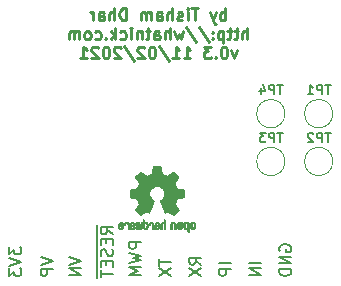
<source format=gbo>
G04 #@! TF.GenerationSoftware,KiCad,Pcbnew,(5.99.0-8018-g9a0f685a75)*
G04 #@! TF.CreationDate,2021-01-11T06:07:01+10:30*
G04 #@! TF.ProjectId,MCP39F511_Breakout,4d435033-3946-4353-9131-5f427265616b,rev?*
G04 #@! TF.SameCoordinates,Original*
G04 #@! TF.FileFunction,Legend,Bot*
G04 #@! TF.FilePolarity,Positive*
%FSLAX46Y46*%
G04 Gerber Fmt 4.6, Leading zero omitted, Abs format (unit mm)*
G04 Created by KiCad (PCBNEW (5.99.0-8018-g9a0f685a75)) date 2021-01-11 06:07:01*
%MOMM*%
%LPD*%
G01*
G04 APERTURE LIST*
%ADD10C,0.200000*%
%ADD11C,0.250000*%
%ADD12C,0.010000*%
%ADD13C,0.120000*%
G04 APERTURE END LIST*
D10*
X139200000Y-112990476D02*
X139152380Y-112895238D01*
X139152380Y-112752381D01*
X139200000Y-112609523D01*
X139295238Y-112514285D01*
X139390476Y-112466666D01*
X139580952Y-112419047D01*
X139723809Y-112419047D01*
X139914285Y-112466666D01*
X140009523Y-112514285D01*
X140104761Y-112609523D01*
X140152380Y-112752381D01*
X140152380Y-112847619D01*
X140104761Y-112990476D01*
X140057142Y-113038095D01*
X139723809Y-113038095D01*
X139723809Y-112847619D01*
X140152380Y-113466666D02*
X139152380Y-113466666D01*
X140152380Y-114038095D01*
X139152380Y-114038095D01*
X140152380Y-114514285D02*
X139152380Y-114514285D01*
X139152380Y-114752381D01*
X139200000Y-114895238D01*
X139295238Y-114990476D01*
X139390476Y-115038095D01*
X139580952Y-115085714D01*
X139723809Y-115085714D01*
X139914285Y-115038095D01*
X140009523Y-114990476D01*
X140104761Y-114895238D01*
X140152380Y-114752381D01*
X140152380Y-114514285D01*
X137612380Y-113990475D02*
X136612380Y-113990475D01*
X137612380Y-114466665D02*
X136612380Y-114466665D01*
X137612380Y-115038094D01*
X136612380Y-115038094D01*
X123757000Y-110752380D02*
X123757000Y-111752380D01*
X125039380Y-111561904D02*
X124563190Y-111228570D01*
X125039380Y-110990475D02*
X124039380Y-110990475D01*
X124039380Y-111371427D01*
X124087000Y-111466665D01*
X124134619Y-111514285D01*
X124229857Y-111561904D01*
X124372714Y-111561904D01*
X124467952Y-111514285D01*
X124515571Y-111466665D01*
X124563190Y-111371427D01*
X124563190Y-110990475D01*
X123757000Y-111752380D02*
X123757000Y-112657142D01*
X124515571Y-111990475D02*
X124515571Y-112323808D01*
X125039380Y-112466665D02*
X125039380Y-111990475D01*
X124039380Y-111990475D01*
X124039380Y-112466665D01*
X123757000Y-112657142D02*
X123757000Y-113609523D01*
X124991761Y-112847618D02*
X125039380Y-112990475D01*
X125039380Y-113228570D01*
X124991761Y-113323808D01*
X124944142Y-113371427D01*
X124848904Y-113419046D01*
X124753666Y-113419046D01*
X124658428Y-113371427D01*
X124610809Y-113323808D01*
X124563190Y-113228570D01*
X124515571Y-113038094D01*
X124467952Y-112942856D01*
X124420333Y-112895237D01*
X124325095Y-112847618D01*
X124229857Y-112847618D01*
X124134619Y-112895237D01*
X124087000Y-112942856D01*
X124039380Y-113038094D01*
X124039380Y-113276189D01*
X124087000Y-113419046D01*
X123757000Y-113609523D02*
X123757000Y-114514285D01*
X124515571Y-113847618D02*
X124515571Y-114180951D01*
X125039380Y-114323808D02*
X125039380Y-113847618D01*
X124039380Y-113847618D01*
X124039380Y-114323808D01*
X123757000Y-114514285D02*
X123757000Y-115276189D01*
X124039380Y-114609523D02*
X124039380Y-115180951D01*
X125039380Y-114895237D02*
X124039380Y-114895237D01*
X116292380Y-112657142D02*
X116292380Y-113276190D01*
X116673333Y-112942857D01*
X116673333Y-113085714D01*
X116720952Y-113180952D01*
X116768571Y-113228571D01*
X116863809Y-113276190D01*
X117101904Y-113276190D01*
X117197142Y-113228571D01*
X117244761Y-113180952D01*
X117292380Y-113085714D01*
X117292380Y-112799999D01*
X117244761Y-112704761D01*
X117197142Y-112657142D01*
X116292380Y-113561904D02*
X117292380Y-113895238D01*
X116292380Y-114228571D01*
X116292380Y-114466666D02*
X116292380Y-115085714D01*
X116673333Y-114752380D01*
X116673333Y-114895238D01*
X116720952Y-114990476D01*
X116768571Y-115038095D01*
X116863809Y-115085714D01*
X117101904Y-115085714D01*
X117197142Y-115038095D01*
X117244761Y-114990476D01*
X117292380Y-114895238D01*
X117292380Y-114609523D01*
X117244761Y-114514285D01*
X117197142Y-114466666D01*
D11*
X134571666Y-93457380D02*
X134571666Y-92457380D01*
X134571666Y-92838333D02*
X134476428Y-92790714D01*
X134285952Y-92790714D01*
X134190714Y-92838333D01*
X134143095Y-92885952D01*
X134095476Y-92981190D01*
X134095476Y-93266904D01*
X134143095Y-93362142D01*
X134190714Y-93409761D01*
X134285952Y-93457380D01*
X134476428Y-93457380D01*
X134571666Y-93409761D01*
X133762142Y-92790714D02*
X133524047Y-93457380D01*
X133285952Y-92790714D02*
X133524047Y-93457380D01*
X133619285Y-93695476D01*
X133666904Y-93743095D01*
X133762142Y-93790714D01*
X132285952Y-92457380D02*
X131714523Y-92457380D01*
X132000238Y-93457380D02*
X132000238Y-92457380D01*
X131381190Y-93457380D02*
X131381190Y-92790714D01*
X131381190Y-92457380D02*
X131428809Y-92505000D01*
X131381190Y-92552619D01*
X131333571Y-92505000D01*
X131381190Y-92457380D01*
X131381190Y-92552619D01*
X130952619Y-93409761D02*
X130857380Y-93457380D01*
X130666904Y-93457380D01*
X130571666Y-93409761D01*
X130524047Y-93314523D01*
X130524047Y-93266904D01*
X130571666Y-93171666D01*
X130666904Y-93124047D01*
X130809761Y-93124047D01*
X130905000Y-93076428D01*
X130952619Y-92981190D01*
X130952619Y-92933571D01*
X130905000Y-92838333D01*
X130809761Y-92790714D01*
X130666904Y-92790714D01*
X130571666Y-92838333D01*
X130095476Y-93457380D02*
X130095476Y-92457380D01*
X129666904Y-93457380D02*
X129666904Y-92933571D01*
X129714523Y-92838333D01*
X129809761Y-92790714D01*
X129952619Y-92790714D01*
X130047857Y-92838333D01*
X130095476Y-92885952D01*
X128762142Y-93457380D02*
X128762142Y-92933571D01*
X128809761Y-92838333D01*
X128905000Y-92790714D01*
X129095476Y-92790714D01*
X129190714Y-92838333D01*
X128762142Y-93409761D02*
X128857380Y-93457380D01*
X129095476Y-93457380D01*
X129190714Y-93409761D01*
X129238333Y-93314523D01*
X129238333Y-93219285D01*
X129190714Y-93124047D01*
X129095476Y-93076428D01*
X128857380Y-93076428D01*
X128762142Y-93028809D01*
X128285952Y-93457380D02*
X128285952Y-92790714D01*
X128285952Y-92885952D02*
X128238333Y-92838333D01*
X128143095Y-92790714D01*
X128000238Y-92790714D01*
X127905000Y-92838333D01*
X127857380Y-92933571D01*
X127857380Y-93457380D01*
X127857380Y-92933571D02*
X127809761Y-92838333D01*
X127714523Y-92790714D01*
X127571666Y-92790714D01*
X127476428Y-92838333D01*
X127428809Y-92933571D01*
X127428809Y-93457380D01*
X126190714Y-93457380D02*
X126190714Y-92457380D01*
X125952619Y-92457380D01*
X125809761Y-92505000D01*
X125714523Y-92600238D01*
X125666904Y-92695476D01*
X125619285Y-92885952D01*
X125619285Y-93028809D01*
X125666904Y-93219285D01*
X125714523Y-93314523D01*
X125809761Y-93409761D01*
X125952619Y-93457380D01*
X126190714Y-93457380D01*
X125190714Y-93457380D02*
X125190714Y-92457380D01*
X124762142Y-93457380D02*
X124762142Y-92933571D01*
X124809761Y-92838333D01*
X124905000Y-92790714D01*
X125047857Y-92790714D01*
X125143095Y-92838333D01*
X125190714Y-92885952D01*
X123857380Y-93457380D02*
X123857380Y-92933571D01*
X123905000Y-92838333D01*
X124000238Y-92790714D01*
X124190714Y-92790714D01*
X124285952Y-92838333D01*
X123857380Y-93409761D02*
X123952619Y-93457380D01*
X124190714Y-93457380D01*
X124285952Y-93409761D01*
X124333571Y-93314523D01*
X124333571Y-93219285D01*
X124285952Y-93124047D01*
X124190714Y-93076428D01*
X123952619Y-93076428D01*
X123857380Y-93028809D01*
X123381190Y-93457380D02*
X123381190Y-92790714D01*
X123381190Y-92981190D02*
X123333571Y-92885952D01*
X123285952Y-92838333D01*
X123190714Y-92790714D01*
X123095476Y-92790714D01*
X136452619Y-95067380D02*
X136452619Y-94067380D01*
X136024047Y-95067380D02*
X136024047Y-94543571D01*
X136071666Y-94448333D01*
X136166904Y-94400714D01*
X136309761Y-94400714D01*
X136405000Y-94448333D01*
X136452619Y-94495952D01*
X135690714Y-94400714D02*
X135309761Y-94400714D01*
X135547857Y-94067380D02*
X135547857Y-94924523D01*
X135500238Y-95019761D01*
X135405000Y-95067380D01*
X135309761Y-95067380D01*
X135119285Y-94400714D02*
X134738333Y-94400714D01*
X134976428Y-94067380D02*
X134976428Y-94924523D01*
X134928809Y-95019761D01*
X134833571Y-95067380D01*
X134738333Y-95067380D01*
X134405000Y-94400714D02*
X134405000Y-95400714D01*
X134405000Y-94448333D02*
X134309761Y-94400714D01*
X134119285Y-94400714D01*
X134024047Y-94448333D01*
X133976428Y-94495952D01*
X133928809Y-94591190D01*
X133928809Y-94876904D01*
X133976428Y-94972142D01*
X134024047Y-95019761D01*
X134119285Y-95067380D01*
X134309761Y-95067380D01*
X134405000Y-95019761D01*
X133500238Y-94972142D02*
X133452619Y-95019761D01*
X133500238Y-95067380D01*
X133547857Y-95019761D01*
X133500238Y-94972142D01*
X133500238Y-95067380D01*
X133500238Y-94448333D02*
X133452619Y-94495952D01*
X133500238Y-94543571D01*
X133547857Y-94495952D01*
X133500238Y-94448333D01*
X133500238Y-94543571D01*
X132309761Y-94019761D02*
X133166904Y-95305476D01*
X131262142Y-94019761D02*
X132119285Y-95305476D01*
X131024047Y-94400714D02*
X130833571Y-95067380D01*
X130643095Y-94591190D01*
X130452619Y-95067380D01*
X130262142Y-94400714D01*
X129881190Y-95067380D02*
X129881190Y-94067380D01*
X129452619Y-95067380D02*
X129452619Y-94543571D01*
X129500238Y-94448333D01*
X129595476Y-94400714D01*
X129738333Y-94400714D01*
X129833571Y-94448333D01*
X129881190Y-94495952D01*
X128547857Y-95067380D02*
X128547857Y-94543571D01*
X128595476Y-94448333D01*
X128690714Y-94400714D01*
X128881190Y-94400714D01*
X128976428Y-94448333D01*
X128547857Y-95019761D02*
X128643095Y-95067380D01*
X128881190Y-95067380D01*
X128976428Y-95019761D01*
X129024047Y-94924523D01*
X129024047Y-94829285D01*
X128976428Y-94734047D01*
X128881190Y-94686428D01*
X128643095Y-94686428D01*
X128547857Y-94638809D01*
X128214523Y-94400714D02*
X127833571Y-94400714D01*
X128071666Y-94067380D02*
X128071666Y-94924523D01*
X128024047Y-95019761D01*
X127928809Y-95067380D01*
X127833571Y-95067380D01*
X127500238Y-94400714D02*
X127500238Y-95067380D01*
X127500238Y-94495952D02*
X127452619Y-94448333D01*
X127357380Y-94400714D01*
X127214523Y-94400714D01*
X127119285Y-94448333D01*
X127071666Y-94543571D01*
X127071666Y-95067380D01*
X126595476Y-95067380D02*
X126595476Y-94400714D01*
X126595476Y-94067380D02*
X126643095Y-94115000D01*
X126595476Y-94162619D01*
X126547857Y-94115000D01*
X126595476Y-94067380D01*
X126595476Y-94162619D01*
X125690714Y-95019761D02*
X125785952Y-95067380D01*
X125976428Y-95067380D01*
X126071666Y-95019761D01*
X126119285Y-94972142D01*
X126166904Y-94876904D01*
X126166904Y-94591190D01*
X126119285Y-94495952D01*
X126071666Y-94448333D01*
X125976428Y-94400714D01*
X125785952Y-94400714D01*
X125690714Y-94448333D01*
X125262142Y-95067380D02*
X125262142Y-94067380D01*
X125166904Y-94686428D02*
X124881190Y-95067380D01*
X124881190Y-94400714D02*
X125262142Y-94781666D01*
X124452619Y-94972142D02*
X124405000Y-95019761D01*
X124452619Y-95067380D01*
X124500238Y-95019761D01*
X124452619Y-94972142D01*
X124452619Y-95067380D01*
X123547857Y-95019761D02*
X123643095Y-95067380D01*
X123833571Y-95067380D01*
X123928809Y-95019761D01*
X123976428Y-94972142D01*
X124024047Y-94876904D01*
X124024047Y-94591190D01*
X123976428Y-94495952D01*
X123928809Y-94448333D01*
X123833571Y-94400714D01*
X123643095Y-94400714D01*
X123547857Y-94448333D01*
X122976428Y-95067380D02*
X123071666Y-95019761D01*
X123119285Y-94972142D01*
X123166904Y-94876904D01*
X123166904Y-94591190D01*
X123119285Y-94495952D01*
X123071666Y-94448333D01*
X122976428Y-94400714D01*
X122833571Y-94400714D01*
X122738333Y-94448333D01*
X122690714Y-94495952D01*
X122643095Y-94591190D01*
X122643095Y-94876904D01*
X122690714Y-94972142D01*
X122738333Y-95019761D01*
X122833571Y-95067380D01*
X122976428Y-95067380D01*
X122214523Y-95067380D02*
X122214523Y-94400714D01*
X122214523Y-94495952D02*
X122166904Y-94448333D01*
X122071666Y-94400714D01*
X121928809Y-94400714D01*
X121833571Y-94448333D01*
X121785952Y-94543571D01*
X121785952Y-95067380D01*
X121785952Y-94543571D02*
X121738333Y-94448333D01*
X121643095Y-94400714D01*
X121500238Y-94400714D01*
X121405000Y-94448333D01*
X121357380Y-94543571D01*
X121357380Y-95067380D01*
X135571666Y-96010714D02*
X135333571Y-96677380D01*
X135095476Y-96010714D01*
X134524047Y-95677380D02*
X134428809Y-95677380D01*
X134333571Y-95725000D01*
X134285952Y-95772619D01*
X134238333Y-95867857D01*
X134190714Y-96058333D01*
X134190714Y-96296428D01*
X134238333Y-96486904D01*
X134285952Y-96582142D01*
X134333571Y-96629761D01*
X134428809Y-96677380D01*
X134524047Y-96677380D01*
X134619285Y-96629761D01*
X134666904Y-96582142D01*
X134714523Y-96486904D01*
X134762142Y-96296428D01*
X134762142Y-96058333D01*
X134714523Y-95867857D01*
X134666904Y-95772619D01*
X134619285Y-95725000D01*
X134524047Y-95677380D01*
X133762142Y-96582142D02*
X133714523Y-96629761D01*
X133762142Y-96677380D01*
X133809761Y-96629761D01*
X133762142Y-96582142D01*
X133762142Y-96677380D01*
X133381190Y-95677380D02*
X132762142Y-95677380D01*
X133095476Y-96058333D01*
X132952619Y-96058333D01*
X132857380Y-96105952D01*
X132809761Y-96153571D01*
X132762142Y-96248809D01*
X132762142Y-96486904D01*
X132809761Y-96582142D01*
X132857380Y-96629761D01*
X132952619Y-96677380D01*
X133238333Y-96677380D01*
X133333571Y-96629761D01*
X133381190Y-96582142D01*
X131047857Y-96677380D02*
X131619285Y-96677380D01*
X131333571Y-96677380D02*
X131333571Y-95677380D01*
X131428809Y-95820238D01*
X131524047Y-95915476D01*
X131619285Y-95963095D01*
X130095476Y-96677380D02*
X130666904Y-96677380D01*
X130381190Y-96677380D02*
X130381190Y-95677380D01*
X130476428Y-95820238D01*
X130571666Y-95915476D01*
X130666904Y-95963095D01*
X128952619Y-95629761D02*
X129809761Y-96915476D01*
X128428809Y-95677380D02*
X128333571Y-95677380D01*
X128238333Y-95725000D01*
X128190714Y-95772619D01*
X128143095Y-95867857D01*
X128095476Y-96058333D01*
X128095476Y-96296428D01*
X128143095Y-96486904D01*
X128190714Y-96582142D01*
X128238333Y-96629761D01*
X128333571Y-96677380D01*
X128428809Y-96677380D01*
X128524047Y-96629761D01*
X128571666Y-96582142D01*
X128619285Y-96486904D01*
X128666904Y-96296428D01*
X128666904Y-96058333D01*
X128619285Y-95867857D01*
X128571666Y-95772619D01*
X128524047Y-95725000D01*
X128428809Y-95677380D01*
X127714523Y-95772619D02*
X127666904Y-95725000D01*
X127571666Y-95677380D01*
X127333571Y-95677380D01*
X127238333Y-95725000D01*
X127190714Y-95772619D01*
X127143095Y-95867857D01*
X127143095Y-95963095D01*
X127190714Y-96105952D01*
X127762142Y-96677380D01*
X127143095Y-96677380D01*
X126000238Y-95629761D02*
X126857380Y-96915476D01*
X125714523Y-95772619D02*
X125666904Y-95725000D01*
X125571666Y-95677380D01*
X125333571Y-95677380D01*
X125238333Y-95725000D01*
X125190714Y-95772619D01*
X125143095Y-95867857D01*
X125143095Y-95963095D01*
X125190714Y-96105952D01*
X125762142Y-96677380D01*
X125143095Y-96677380D01*
X124524047Y-95677380D02*
X124428809Y-95677380D01*
X124333571Y-95725000D01*
X124285952Y-95772619D01*
X124238333Y-95867857D01*
X124190714Y-96058333D01*
X124190714Y-96296428D01*
X124238333Y-96486904D01*
X124285952Y-96582142D01*
X124333571Y-96629761D01*
X124428809Y-96677380D01*
X124524047Y-96677380D01*
X124619285Y-96629761D01*
X124666904Y-96582142D01*
X124714523Y-96486904D01*
X124762142Y-96296428D01*
X124762142Y-96058333D01*
X124714523Y-95867857D01*
X124666904Y-95772619D01*
X124619285Y-95725000D01*
X124524047Y-95677380D01*
X123809761Y-95772619D02*
X123762142Y-95725000D01*
X123666904Y-95677380D01*
X123428809Y-95677380D01*
X123333571Y-95725000D01*
X123285952Y-95772619D01*
X123238333Y-95867857D01*
X123238333Y-95963095D01*
X123285952Y-96105952D01*
X123857380Y-96677380D01*
X123238333Y-96677380D01*
X122285952Y-96677380D02*
X122857380Y-96677380D01*
X122571666Y-96677380D02*
X122571666Y-95677380D01*
X122666904Y-95820238D01*
X122762142Y-95915476D01*
X122857380Y-95963095D01*
D10*
X121372380Y-113466666D02*
X122372380Y-113799999D01*
X121372380Y-114133332D01*
X122372380Y-114466666D02*
X121372380Y-114466666D01*
X122372380Y-115038094D01*
X121372380Y-115038094D01*
X128992380Y-113657142D02*
X128992380Y-114228570D01*
X129992380Y-113942856D02*
X128992380Y-113942856D01*
X128992380Y-114466666D02*
X129992380Y-115133332D01*
X128992380Y-115133332D02*
X129992380Y-114466666D01*
X127452380Y-112228571D02*
X126452380Y-112228571D01*
X126452380Y-112609523D01*
X126500000Y-112704761D01*
X126547619Y-112752380D01*
X126642857Y-112799999D01*
X126785714Y-112799999D01*
X126880952Y-112752380D01*
X126928571Y-112704761D01*
X126976190Y-112609523D01*
X126976190Y-112228571D01*
X126452380Y-113133333D02*
X127452380Y-113371428D01*
X126738095Y-113561904D01*
X127452380Y-113752380D01*
X126452380Y-113990475D01*
X127452380Y-114371428D02*
X126452380Y-114371428D01*
X127166666Y-114704761D01*
X126452380Y-115038094D01*
X127452380Y-115038094D01*
X118959380Y-113514285D02*
X119959380Y-113847619D01*
X118959380Y-114180952D01*
X119959380Y-114514285D02*
X118959380Y-114514285D01*
X118959380Y-114895238D01*
X119007000Y-114990476D01*
X119054619Y-115038095D01*
X119149857Y-115085714D01*
X119292714Y-115085714D01*
X119387952Y-115038095D01*
X119435571Y-114990476D01*
X119483190Y-114895238D01*
X119483190Y-114514285D01*
X135072380Y-114038095D02*
X134072380Y-114038095D01*
X135072380Y-114514285D02*
X134072380Y-114514285D01*
X134072380Y-114895237D01*
X134120000Y-114990475D01*
X134167619Y-115038095D01*
X134262857Y-115085714D01*
X134405714Y-115085714D01*
X134500952Y-115038095D01*
X134548571Y-114990475D01*
X134596190Y-114895237D01*
X134596190Y-114514285D01*
X132532380Y-114133333D02*
X132056190Y-113800000D01*
X132532380Y-113561904D02*
X131532380Y-113561904D01*
X131532380Y-113942857D01*
X131580000Y-114038095D01*
X131627619Y-114085714D01*
X131722857Y-114133333D01*
X131865714Y-114133333D01*
X131960952Y-114085714D01*
X132008571Y-114038095D01*
X132056190Y-113942857D01*
X132056190Y-113561904D01*
X131532380Y-114466666D02*
X132532380Y-115133333D01*
X131532380Y-115133333D02*
X132532380Y-114466666D01*
X139439523Y-98923904D02*
X138982380Y-98923904D01*
X139210952Y-99723904D02*
X139210952Y-98923904D01*
X138715714Y-99723904D02*
X138715714Y-98923904D01*
X138410952Y-98923904D01*
X138334761Y-98962000D01*
X138296666Y-99000095D01*
X138258571Y-99076285D01*
X138258571Y-99190571D01*
X138296666Y-99266761D01*
X138334761Y-99304857D01*
X138410952Y-99342952D01*
X138715714Y-99342952D01*
X137572857Y-99190571D02*
X137572857Y-99723904D01*
X137763333Y-98885809D02*
X137953809Y-99457238D01*
X137458571Y-99457238D01*
X143489523Y-102973904D02*
X143032380Y-102973904D01*
X143260952Y-103773904D02*
X143260952Y-102973904D01*
X142765714Y-103773904D02*
X142765714Y-102973904D01*
X142460952Y-102973904D01*
X142384761Y-103012000D01*
X142346666Y-103050095D01*
X142308571Y-103126285D01*
X142308571Y-103240571D01*
X142346666Y-103316761D01*
X142384761Y-103354857D01*
X142460952Y-103392952D01*
X142765714Y-103392952D01*
X142003809Y-103050095D02*
X141965714Y-103012000D01*
X141889523Y-102973904D01*
X141699047Y-102973904D01*
X141622857Y-103012000D01*
X141584761Y-103050095D01*
X141546666Y-103126285D01*
X141546666Y-103202476D01*
X141584761Y-103316761D01*
X142041904Y-103773904D01*
X141546666Y-103773904D01*
X139439523Y-102973904D02*
X138982380Y-102973904D01*
X139210952Y-103773904D02*
X139210952Y-102973904D01*
X138715714Y-103773904D02*
X138715714Y-102973904D01*
X138410952Y-102973904D01*
X138334761Y-103012000D01*
X138296666Y-103050095D01*
X138258571Y-103126285D01*
X138258571Y-103240571D01*
X138296666Y-103316761D01*
X138334761Y-103354857D01*
X138410952Y-103392952D01*
X138715714Y-103392952D01*
X137991904Y-102973904D02*
X137496666Y-102973904D01*
X137763333Y-103278666D01*
X137649047Y-103278666D01*
X137572857Y-103316761D01*
X137534761Y-103354857D01*
X137496666Y-103431047D01*
X137496666Y-103621523D01*
X137534761Y-103697714D01*
X137572857Y-103735809D01*
X137649047Y-103773904D01*
X137877619Y-103773904D01*
X137953809Y-103735809D01*
X137991904Y-103697714D01*
X143489523Y-98923904D02*
X143032380Y-98923904D01*
X143260952Y-99723904D02*
X143260952Y-98923904D01*
X142765714Y-99723904D02*
X142765714Y-98923904D01*
X142460952Y-98923904D01*
X142384761Y-98962000D01*
X142346666Y-99000095D01*
X142308571Y-99076285D01*
X142308571Y-99190571D01*
X142346666Y-99266761D01*
X142384761Y-99304857D01*
X142460952Y-99342952D01*
X142765714Y-99342952D01*
X141546666Y-99723904D02*
X142003809Y-99723904D01*
X141775238Y-99723904D02*
X141775238Y-98923904D01*
X141851428Y-99038190D01*
X141927619Y-99114380D01*
X142003809Y-99152476D01*
D12*
X130609697Y-110516239D02*
X130552473Y-110554735D01*
X130552473Y-110554735D02*
X130508251Y-110610335D01*
X130508251Y-110610335D02*
X130481833Y-110681086D01*
X130481833Y-110681086D02*
X130476490Y-110733162D01*
X130476490Y-110733162D02*
X130477097Y-110754893D01*
X130477097Y-110754893D02*
X130482178Y-110771531D01*
X130482178Y-110771531D02*
X130496145Y-110786437D01*
X130496145Y-110786437D02*
X130523411Y-110802973D01*
X130523411Y-110802973D02*
X130568388Y-110824498D01*
X130568388Y-110824498D02*
X130635489Y-110854374D01*
X130635489Y-110854374D02*
X130635829Y-110854524D01*
X130635829Y-110854524D02*
X130697593Y-110882813D01*
X130697593Y-110882813D02*
X130748241Y-110907933D01*
X130748241Y-110907933D02*
X130782596Y-110927179D01*
X130782596Y-110927179D02*
X130795482Y-110937848D01*
X130795482Y-110937848D02*
X130795486Y-110937934D01*
X130795486Y-110937934D02*
X130784128Y-110961166D01*
X130784128Y-110961166D02*
X130757569Y-110986774D01*
X130757569Y-110986774D02*
X130727077Y-111005221D01*
X130727077Y-111005221D02*
X130711630Y-111008886D01*
X130711630Y-111008886D02*
X130669485Y-110996212D01*
X130669485Y-110996212D02*
X130633192Y-110964471D01*
X130633192Y-110964471D02*
X130615483Y-110929572D01*
X130615483Y-110929572D02*
X130598448Y-110903845D01*
X130598448Y-110903845D02*
X130565078Y-110874546D01*
X130565078Y-110874546D02*
X130525851Y-110849235D01*
X130525851Y-110849235D02*
X130491244Y-110835471D01*
X130491244Y-110835471D02*
X130484007Y-110834714D01*
X130484007Y-110834714D02*
X130475861Y-110847160D01*
X130475861Y-110847160D02*
X130475370Y-110878972D01*
X130475370Y-110878972D02*
X130481357Y-110921866D01*
X130481357Y-110921866D02*
X130492643Y-110967558D01*
X130492643Y-110967558D02*
X130508050Y-111007761D01*
X130508050Y-111007761D02*
X130508829Y-111009322D01*
X130508829Y-111009322D02*
X130555196Y-111074062D01*
X130555196Y-111074062D02*
X130615289Y-111118097D01*
X130615289Y-111118097D02*
X130683535Y-111139711D01*
X130683535Y-111139711D02*
X130754362Y-111137185D01*
X130754362Y-111137185D02*
X130822196Y-111108804D01*
X130822196Y-111108804D02*
X130825212Y-111106808D01*
X130825212Y-111106808D02*
X130878573Y-111058448D01*
X130878573Y-111058448D02*
X130913660Y-110995352D01*
X130913660Y-110995352D02*
X130933078Y-110912387D01*
X130933078Y-110912387D02*
X130935684Y-110889078D01*
X130935684Y-110889078D02*
X130940299Y-110779055D01*
X130940299Y-110779055D02*
X130934767Y-110727748D01*
X130934767Y-110727748D02*
X130795486Y-110727748D01*
X130795486Y-110727748D02*
X130793676Y-110759753D01*
X130793676Y-110759753D02*
X130783778Y-110769093D01*
X130783778Y-110769093D02*
X130759102Y-110762105D01*
X130759102Y-110762105D02*
X130720205Y-110745587D01*
X130720205Y-110745587D02*
X130676725Y-110724881D01*
X130676725Y-110724881D02*
X130675644Y-110724333D01*
X130675644Y-110724333D02*
X130638791Y-110704949D01*
X130638791Y-110704949D02*
X130624000Y-110692013D01*
X130624000Y-110692013D02*
X130627647Y-110678451D01*
X130627647Y-110678451D02*
X130643005Y-110660632D01*
X130643005Y-110660632D02*
X130682077Y-110634845D01*
X130682077Y-110634845D02*
X130724154Y-110632950D01*
X130724154Y-110632950D02*
X130761897Y-110651717D01*
X130761897Y-110651717D02*
X130787966Y-110687915D01*
X130787966Y-110687915D02*
X130795486Y-110727748D01*
X130795486Y-110727748D02*
X130934767Y-110727748D01*
X130934767Y-110727748D02*
X130930806Y-110691027D01*
X130930806Y-110691027D02*
X130906450Y-110621212D01*
X130906450Y-110621212D02*
X130872544Y-110572302D01*
X130872544Y-110572302D02*
X130811347Y-110522878D01*
X130811347Y-110522878D02*
X130743937Y-110498359D01*
X130743937Y-110498359D02*
X130675120Y-110496797D01*
X130675120Y-110496797D02*
X130609697Y-110516239D01*
X130609697Y-110516239D02*
X130609697Y-110516239D01*
G36*
X130935684Y-110889078D02*
G01*
X130933078Y-110912387D01*
X130913660Y-110995352D01*
X130878573Y-111058448D01*
X130825212Y-111106808D01*
X130822196Y-111108804D01*
X130754362Y-111137185D01*
X130683535Y-111139711D01*
X130615289Y-111118097D01*
X130555196Y-111074062D01*
X130508829Y-111009322D01*
X130508050Y-111007761D01*
X130492643Y-110967558D01*
X130481357Y-110921866D01*
X130475370Y-110878972D01*
X130475861Y-110847160D01*
X130484007Y-110834714D01*
X130491244Y-110835471D01*
X130525851Y-110849235D01*
X130565078Y-110874546D01*
X130598448Y-110903845D01*
X130615483Y-110929572D01*
X130633192Y-110964471D01*
X130669485Y-110996212D01*
X130711630Y-111008886D01*
X130727077Y-111005221D01*
X130757569Y-110986774D01*
X130784128Y-110961166D01*
X130795486Y-110937934D01*
X130795482Y-110937848D01*
X130782596Y-110927179D01*
X130748241Y-110907933D01*
X130697593Y-110882813D01*
X130635829Y-110854524D01*
X130635489Y-110854374D01*
X130568388Y-110824498D01*
X130523411Y-110802973D01*
X130496145Y-110786437D01*
X130482178Y-110771531D01*
X130477097Y-110754893D01*
X130476490Y-110733162D01*
X130480711Y-110692013D01*
X130624000Y-110692013D01*
X130638791Y-110704949D01*
X130675644Y-110724333D01*
X130676725Y-110724881D01*
X130720205Y-110745587D01*
X130759102Y-110762105D01*
X130783778Y-110769093D01*
X130793676Y-110759753D01*
X130795486Y-110727748D01*
X130787966Y-110687915D01*
X130761897Y-110651717D01*
X130724154Y-110632950D01*
X130682077Y-110634845D01*
X130643005Y-110660632D01*
X130627647Y-110678451D01*
X130624000Y-110692013D01*
X130480711Y-110692013D01*
X130481833Y-110681086D01*
X130508251Y-110610335D01*
X130552473Y-110554735D01*
X130609697Y-110516239D01*
X130675120Y-110496797D01*
X130743937Y-110498359D01*
X130811347Y-110522878D01*
X130872544Y-110572302D01*
X130906450Y-110621212D01*
X130930806Y-110691027D01*
X130934767Y-110727748D01*
X130940299Y-110779055D01*
X130935684Y-110889078D01*
G37*
X130935684Y-110889078D02*
X130933078Y-110912387D01*
X130913660Y-110995352D01*
X130878573Y-111058448D01*
X130825212Y-111106808D01*
X130822196Y-111108804D01*
X130754362Y-111137185D01*
X130683535Y-111139711D01*
X130615289Y-111118097D01*
X130555196Y-111074062D01*
X130508829Y-111009322D01*
X130508050Y-111007761D01*
X130492643Y-110967558D01*
X130481357Y-110921866D01*
X130475370Y-110878972D01*
X130475861Y-110847160D01*
X130484007Y-110834714D01*
X130491244Y-110835471D01*
X130525851Y-110849235D01*
X130565078Y-110874546D01*
X130598448Y-110903845D01*
X130615483Y-110929572D01*
X130633192Y-110964471D01*
X130669485Y-110996212D01*
X130711630Y-111008886D01*
X130727077Y-111005221D01*
X130757569Y-110986774D01*
X130784128Y-110961166D01*
X130795486Y-110937934D01*
X130795482Y-110937848D01*
X130782596Y-110927179D01*
X130748241Y-110907933D01*
X130697593Y-110882813D01*
X130635829Y-110854524D01*
X130635489Y-110854374D01*
X130568388Y-110824498D01*
X130523411Y-110802973D01*
X130496145Y-110786437D01*
X130482178Y-110771531D01*
X130477097Y-110754893D01*
X130476490Y-110733162D01*
X130480711Y-110692013D01*
X130624000Y-110692013D01*
X130638791Y-110704949D01*
X130675644Y-110724333D01*
X130676725Y-110724881D01*
X130720205Y-110745587D01*
X130759102Y-110762105D01*
X130783778Y-110769093D01*
X130793676Y-110759753D01*
X130795486Y-110727748D01*
X130787966Y-110687915D01*
X130761897Y-110651717D01*
X130724154Y-110632950D01*
X130682077Y-110634845D01*
X130643005Y-110660632D01*
X130627647Y-110678451D01*
X130624000Y-110692013D01*
X130480711Y-110692013D01*
X130481833Y-110681086D01*
X130508251Y-110610335D01*
X130552473Y-110554735D01*
X130609697Y-110516239D01*
X130675120Y-110496797D01*
X130743937Y-110498359D01*
X130811347Y-110522878D01*
X130872544Y-110572302D01*
X130906450Y-110621212D01*
X130930806Y-110691027D01*
X130934767Y-110727748D01*
X130940299Y-110779055D01*
X130935684Y-110889078D01*
X128248074Y-110534755D02*
X128182142Y-110559084D01*
X128182142Y-110559084D02*
X128128727Y-110602117D01*
X128128727Y-110602117D02*
X128107836Y-110632409D01*
X128107836Y-110632409D02*
X128085061Y-110687994D01*
X128085061Y-110687994D02*
X128085534Y-110728186D01*
X128085534Y-110728186D02*
X128109438Y-110755217D01*
X128109438Y-110755217D02*
X128118283Y-110759813D01*
X128118283Y-110759813D02*
X128156470Y-110774144D01*
X128156470Y-110774144D02*
X128175972Y-110770472D01*
X128175972Y-110770472D02*
X128182578Y-110746407D01*
X128182578Y-110746407D02*
X128182914Y-110733114D01*
X128182914Y-110733114D02*
X128195008Y-110684210D01*
X128195008Y-110684210D02*
X128226529Y-110649999D01*
X128226529Y-110649999D02*
X128270341Y-110633476D01*
X128270341Y-110633476D02*
X128319305Y-110637634D01*
X128319305Y-110637634D02*
X128359106Y-110659227D01*
X128359106Y-110659227D02*
X128372550Y-110671544D01*
X128372550Y-110671544D02*
X128382079Y-110686487D01*
X128382079Y-110686487D02*
X128388515Y-110709075D01*
X128388515Y-110709075D02*
X128392683Y-110744328D01*
X128392683Y-110744328D02*
X128395403Y-110797266D01*
X128395403Y-110797266D02*
X128397498Y-110872907D01*
X128397498Y-110872907D02*
X128398040Y-110896857D01*
X128398040Y-110896857D02*
X128400019Y-110978790D01*
X128400019Y-110978790D02*
X128402269Y-111036455D01*
X128402269Y-111036455D02*
X128405643Y-111074608D01*
X128405643Y-111074608D02*
X128410994Y-111098004D01*
X128410994Y-111098004D02*
X128419176Y-111111398D01*
X128419176Y-111111398D02*
X128431041Y-111119545D01*
X128431041Y-111119545D02*
X128438638Y-111123144D01*
X128438638Y-111123144D02*
X128470898Y-111135452D01*
X128470898Y-111135452D02*
X128489889Y-111139514D01*
X128489889Y-111139514D02*
X128496164Y-111125948D01*
X128496164Y-111125948D02*
X128499994Y-111084934D01*
X128499994Y-111084934D02*
X128501400Y-111015999D01*
X128501400Y-111015999D02*
X128500402Y-110918669D01*
X128500402Y-110918669D02*
X128500092Y-110903657D01*
X128500092Y-110903657D02*
X128497899Y-110814859D01*
X128497899Y-110814859D02*
X128495307Y-110750019D01*
X128495307Y-110750019D02*
X128491618Y-110704067D01*
X128491618Y-110704067D02*
X128486136Y-110671935D01*
X128486136Y-110671935D02*
X128478165Y-110648553D01*
X128478165Y-110648553D02*
X128467007Y-110628852D01*
X128467007Y-110628852D02*
X128461170Y-110620410D01*
X128461170Y-110620410D02*
X128427704Y-110583057D01*
X128427704Y-110583057D02*
X128390273Y-110554003D01*
X128390273Y-110554003D02*
X128385691Y-110551467D01*
X128385691Y-110551467D02*
X128318574Y-110531443D01*
X128318574Y-110531443D02*
X128248074Y-110534755D01*
X128248074Y-110534755D02*
X128248074Y-110534755D01*
G36*
X128385691Y-110551467D02*
G01*
X128390273Y-110554003D01*
X128427704Y-110583057D01*
X128461170Y-110620410D01*
X128467007Y-110628852D01*
X128478165Y-110648553D01*
X128486136Y-110671935D01*
X128491618Y-110704067D01*
X128495307Y-110750019D01*
X128497899Y-110814859D01*
X128500092Y-110903657D01*
X128500402Y-110918669D01*
X128501400Y-111015999D01*
X128499994Y-111084934D01*
X128496164Y-111125948D01*
X128489889Y-111139514D01*
X128470898Y-111135452D01*
X128438638Y-111123144D01*
X128431041Y-111119545D01*
X128419176Y-111111398D01*
X128410994Y-111098004D01*
X128405643Y-111074608D01*
X128402269Y-111036455D01*
X128400019Y-110978790D01*
X128398040Y-110896857D01*
X128397498Y-110872907D01*
X128395403Y-110797266D01*
X128392683Y-110744328D01*
X128388515Y-110709075D01*
X128382079Y-110686487D01*
X128372550Y-110671544D01*
X128359106Y-110659227D01*
X128319305Y-110637634D01*
X128270341Y-110633476D01*
X128226529Y-110649999D01*
X128195008Y-110684210D01*
X128182914Y-110733114D01*
X128182578Y-110746407D01*
X128175972Y-110770472D01*
X128156470Y-110774144D01*
X128118283Y-110759813D01*
X128109438Y-110755217D01*
X128085534Y-110728186D01*
X128085061Y-110687994D01*
X128107836Y-110632409D01*
X128128727Y-110602117D01*
X128182142Y-110559084D01*
X128248074Y-110534755D01*
X128318574Y-110531443D01*
X128385691Y-110551467D01*
G37*
X128385691Y-110551467D02*
X128390273Y-110554003D01*
X128427704Y-110583057D01*
X128461170Y-110620410D01*
X128467007Y-110628852D01*
X128478165Y-110648553D01*
X128486136Y-110671935D01*
X128491618Y-110704067D01*
X128495307Y-110750019D01*
X128497899Y-110814859D01*
X128500092Y-110903657D01*
X128500402Y-110918669D01*
X128501400Y-111015999D01*
X128499994Y-111084934D01*
X128496164Y-111125948D01*
X128489889Y-111139514D01*
X128470898Y-111135452D01*
X128438638Y-111123144D01*
X128431041Y-111119545D01*
X128419176Y-111111398D01*
X128410994Y-111098004D01*
X128405643Y-111074608D01*
X128402269Y-111036455D01*
X128400019Y-110978790D01*
X128398040Y-110896857D01*
X128397498Y-110872907D01*
X128395403Y-110797266D01*
X128392683Y-110744328D01*
X128388515Y-110709075D01*
X128382079Y-110686487D01*
X128372550Y-110671544D01*
X128359106Y-110659227D01*
X128319305Y-110637634D01*
X128270341Y-110633476D01*
X128226529Y-110649999D01*
X128195008Y-110684210D01*
X128182914Y-110733114D01*
X128182578Y-110746407D01*
X128175972Y-110770472D01*
X128156470Y-110774144D01*
X128118283Y-110759813D01*
X128109438Y-110755217D01*
X128085534Y-110728186D01*
X128085061Y-110687994D01*
X128107836Y-110632409D01*
X128128727Y-110602117D01*
X128182142Y-110559084D01*
X128248074Y-110534755D01*
X128318574Y-110531443D01*
X128385691Y-110551467D01*
X130061907Y-110512780D02*
X130015328Y-110539723D01*
X130015328Y-110539723D02*
X129982943Y-110566466D01*
X129982943Y-110566466D02*
X129959258Y-110594484D01*
X129959258Y-110594484D02*
X129942941Y-110628748D01*
X129942941Y-110628748D02*
X129932661Y-110674227D01*
X129932661Y-110674227D02*
X129927086Y-110735892D01*
X129927086Y-110735892D02*
X129924884Y-110818711D01*
X129924884Y-110818711D02*
X129924629Y-110878246D01*
X129924629Y-110878246D02*
X129924629Y-111097391D01*
X129924629Y-111097391D02*
X129986314Y-111125044D01*
X129986314Y-111125044D02*
X130048000Y-111152697D01*
X130048000Y-111152697D02*
X130055257Y-110912670D01*
X130055257Y-110912670D02*
X130058256Y-110823028D01*
X130058256Y-110823028D02*
X130061402Y-110757962D01*
X130061402Y-110757962D02*
X130065299Y-110713026D01*
X130065299Y-110713026D02*
X130070553Y-110683770D01*
X130070553Y-110683770D02*
X130077769Y-110665748D01*
X130077769Y-110665748D02*
X130087550Y-110654511D01*
X130087550Y-110654511D02*
X130090688Y-110652079D01*
X130090688Y-110652079D02*
X130138239Y-110633083D01*
X130138239Y-110633083D02*
X130186303Y-110640600D01*
X130186303Y-110640600D02*
X130214914Y-110660543D01*
X130214914Y-110660543D02*
X130226553Y-110674675D01*
X130226553Y-110674675D02*
X130234609Y-110693220D01*
X130234609Y-110693220D02*
X130239729Y-110721334D01*
X130239729Y-110721334D02*
X130242559Y-110764173D01*
X130242559Y-110764173D02*
X130243744Y-110826895D01*
X130243744Y-110826895D02*
X130243943Y-110892261D01*
X130243943Y-110892261D02*
X130243982Y-110974268D01*
X130243982Y-110974268D02*
X130245386Y-111032316D01*
X130245386Y-111032316D02*
X130250086Y-111071465D01*
X130250086Y-111071465D02*
X130260013Y-111096780D01*
X130260013Y-111096780D02*
X130277097Y-111113323D01*
X130277097Y-111113323D02*
X130303268Y-111126156D01*
X130303268Y-111126156D02*
X130338225Y-111139491D01*
X130338225Y-111139491D02*
X130376404Y-111154007D01*
X130376404Y-111154007D02*
X130371859Y-110896389D01*
X130371859Y-110896389D02*
X130370029Y-110803519D01*
X130370029Y-110803519D02*
X130367888Y-110734889D01*
X130367888Y-110734889D02*
X130364819Y-110685711D01*
X130364819Y-110685711D02*
X130360206Y-110651198D01*
X130360206Y-110651198D02*
X130353432Y-110626562D01*
X130353432Y-110626562D02*
X130343881Y-110607016D01*
X130343881Y-110607016D02*
X130332366Y-110589770D01*
X130332366Y-110589770D02*
X130276810Y-110534680D01*
X130276810Y-110534680D02*
X130209020Y-110502822D01*
X130209020Y-110502822D02*
X130135287Y-110495191D01*
X130135287Y-110495191D02*
X130061907Y-110512780D01*
X130061907Y-110512780D02*
X130061907Y-110512780D01*
G36*
X130209020Y-110502822D02*
G01*
X130276810Y-110534680D01*
X130332366Y-110589770D01*
X130343881Y-110607016D01*
X130353432Y-110626562D01*
X130360206Y-110651198D01*
X130364819Y-110685711D01*
X130367888Y-110734889D01*
X130370029Y-110803519D01*
X130371859Y-110896389D01*
X130376404Y-111154007D01*
X130338225Y-111139491D01*
X130303268Y-111126156D01*
X130277097Y-111113323D01*
X130260013Y-111096780D01*
X130250086Y-111071465D01*
X130245386Y-111032316D01*
X130243982Y-110974268D01*
X130243943Y-110892261D01*
X130243744Y-110826895D01*
X130242559Y-110764173D01*
X130239729Y-110721334D01*
X130234609Y-110693220D01*
X130226553Y-110674675D01*
X130214914Y-110660543D01*
X130186303Y-110640600D01*
X130138239Y-110633083D01*
X130090688Y-110652079D01*
X130087550Y-110654511D01*
X130077769Y-110665748D01*
X130070553Y-110683770D01*
X130065299Y-110713026D01*
X130061402Y-110757962D01*
X130058256Y-110823028D01*
X130055257Y-110912670D01*
X130048000Y-111152697D01*
X129986314Y-111125044D01*
X129924629Y-111097391D01*
X129924629Y-110878246D01*
X129924884Y-110818711D01*
X129927086Y-110735892D01*
X129932661Y-110674227D01*
X129942941Y-110628748D01*
X129959258Y-110594484D01*
X129982943Y-110566466D01*
X130015328Y-110539723D01*
X130061907Y-110512780D01*
X130135287Y-110495191D01*
X130209020Y-110502822D01*
G37*
X130209020Y-110502822D02*
X130276810Y-110534680D01*
X130332366Y-110589770D01*
X130343881Y-110607016D01*
X130353432Y-110626562D01*
X130360206Y-110651198D01*
X130364819Y-110685711D01*
X130367888Y-110734889D01*
X130370029Y-110803519D01*
X130371859Y-110896389D01*
X130376404Y-111154007D01*
X130338225Y-111139491D01*
X130303268Y-111126156D01*
X130277097Y-111113323D01*
X130260013Y-111096780D01*
X130250086Y-111071465D01*
X130245386Y-111032316D01*
X130243982Y-110974268D01*
X130243943Y-110892261D01*
X130243744Y-110826895D01*
X130242559Y-110764173D01*
X130239729Y-110721334D01*
X130234609Y-110693220D01*
X130226553Y-110674675D01*
X130214914Y-110660543D01*
X130186303Y-110640600D01*
X130138239Y-110633083D01*
X130090688Y-110652079D01*
X130087550Y-110654511D01*
X130077769Y-110665748D01*
X130070553Y-110683770D01*
X130065299Y-110713026D01*
X130061402Y-110757962D01*
X130058256Y-110823028D01*
X130055257Y-110912670D01*
X130048000Y-111152697D01*
X129986314Y-111125044D01*
X129924629Y-111097391D01*
X129924629Y-110878246D01*
X129924884Y-110818711D01*
X129927086Y-110735892D01*
X129932661Y-110674227D01*
X129942941Y-110628748D01*
X129959258Y-110594484D01*
X129982943Y-110566466D01*
X130015328Y-110539723D01*
X130061907Y-110512780D01*
X130135287Y-110495191D01*
X130209020Y-110502822D01*
X126633124Y-110541335D02*
X126591333Y-110560344D01*
X126591333Y-110560344D02*
X126558531Y-110583378D01*
X126558531Y-110583378D02*
X126534497Y-110609133D01*
X126534497Y-110609133D02*
X126517903Y-110642358D01*
X126517903Y-110642358D02*
X126507423Y-110687800D01*
X126507423Y-110687800D02*
X126501729Y-110750207D01*
X126501729Y-110750207D02*
X126499493Y-110834327D01*
X126499493Y-110834327D02*
X126499257Y-110889721D01*
X126499257Y-110889721D02*
X126499257Y-111105826D01*
X126499257Y-111105826D02*
X126536226Y-111122670D01*
X126536226Y-111122670D02*
X126565344Y-111134981D01*
X126565344Y-111134981D02*
X126579769Y-111139514D01*
X126579769Y-111139514D02*
X126582528Y-111126025D01*
X126582528Y-111126025D02*
X126584718Y-111089653D01*
X126584718Y-111089653D02*
X126586058Y-111036542D01*
X126586058Y-111036542D02*
X126586343Y-110994372D01*
X126586343Y-110994372D02*
X126587566Y-110933447D01*
X126587566Y-110933447D02*
X126590864Y-110885115D01*
X126590864Y-110885115D02*
X126595679Y-110855518D01*
X126595679Y-110855518D02*
X126599504Y-110849229D01*
X126599504Y-110849229D02*
X126625217Y-110855652D01*
X126625217Y-110855652D02*
X126665582Y-110872125D01*
X126665582Y-110872125D02*
X126712321Y-110894458D01*
X126712321Y-110894458D02*
X126757155Y-110918457D01*
X126757155Y-110918457D02*
X126791807Y-110939930D01*
X126791807Y-110939930D02*
X126807998Y-110954685D01*
X126807998Y-110954685D02*
X126808062Y-110954845D01*
X126808062Y-110954845D02*
X126806670Y-110982152D01*
X126806670Y-110982152D02*
X126794182Y-111008219D01*
X126794182Y-111008219D02*
X126772257Y-111029392D01*
X126772257Y-111029392D02*
X126740257Y-111036474D01*
X126740257Y-111036474D02*
X126712908Y-111035649D01*
X126712908Y-111035649D02*
X126674174Y-111035042D01*
X126674174Y-111035042D02*
X126653842Y-111044116D01*
X126653842Y-111044116D02*
X126641631Y-111068092D01*
X126641631Y-111068092D02*
X126640091Y-111072613D01*
X126640091Y-111072613D02*
X126634797Y-111106806D01*
X126634797Y-111106806D02*
X126648953Y-111127568D01*
X126648953Y-111127568D02*
X126685852Y-111137462D01*
X126685852Y-111137462D02*
X126725711Y-111139292D01*
X126725711Y-111139292D02*
X126797438Y-111125727D01*
X126797438Y-111125727D02*
X126834568Y-111106355D01*
X126834568Y-111106355D02*
X126880424Y-111060845D01*
X126880424Y-111060845D02*
X126904744Y-111004983D01*
X126904744Y-111004983D02*
X126906927Y-110945957D01*
X126906927Y-110945957D02*
X126886371Y-110890953D01*
X126886371Y-110890953D02*
X126855451Y-110856486D01*
X126855451Y-110856486D02*
X126824580Y-110837189D01*
X126824580Y-110837189D02*
X126776058Y-110812759D01*
X126776058Y-110812759D02*
X126719515Y-110787985D01*
X126719515Y-110787985D02*
X126710090Y-110784199D01*
X126710090Y-110784199D02*
X126647981Y-110756791D01*
X126647981Y-110756791D02*
X126612178Y-110732634D01*
X126612178Y-110732634D02*
X126600663Y-110708619D01*
X126600663Y-110708619D02*
X126611420Y-110681635D01*
X126611420Y-110681635D02*
X126629886Y-110660543D01*
X126629886Y-110660543D02*
X126673531Y-110634572D01*
X126673531Y-110634572D02*
X126721554Y-110632624D01*
X126721554Y-110632624D02*
X126765594Y-110652637D01*
X126765594Y-110652637D02*
X126797291Y-110692551D01*
X126797291Y-110692551D02*
X126801451Y-110702848D01*
X126801451Y-110702848D02*
X126825673Y-110740724D01*
X126825673Y-110740724D02*
X126861035Y-110768842D01*
X126861035Y-110768842D02*
X126905657Y-110791917D01*
X126905657Y-110791917D02*
X126905657Y-110726485D01*
X126905657Y-110726485D02*
X126903031Y-110686506D01*
X126903031Y-110686506D02*
X126891770Y-110654997D01*
X126891770Y-110654997D02*
X126866801Y-110621378D01*
X126866801Y-110621378D02*
X126842831Y-110595484D01*
X126842831Y-110595484D02*
X126805559Y-110558817D01*
X126805559Y-110558817D02*
X126776599Y-110539121D01*
X126776599Y-110539121D02*
X126745495Y-110531220D01*
X126745495Y-110531220D02*
X126710287Y-110529914D01*
X126710287Y-110529914D02*
X126633124Y-110541335D01*
X126633124Y-110541335D02*
X126633124Y-110541335D01*
G36*
X126745495Y-110531220D02*
G01*
X126776599Y-110539121D01*
X126805559Y-110558817D01*
X126842831Y-110595484D01*
X126866801Y-110621378D01*
X126891770Y-110654997D01*
X126903031Y-110686506D01*
X126905657Y-110726485D01*
X126905657Y-110791917D01*
X126861035Y-110768842D01*
X126825673Y-110740724D01*
X126801451Y-110702848D01*
X126797291Y-110692551D01*
X126765594Y-110652637D01*
X126721554Y-110632624D01*
X126673531Y-110634572D01*
X126629886Y-110660543D01*
X126611420Y-110681635D01*
X126600663Y-110708619D01*
X126612178Y-110732634D01*
X126647981Y-110756791D01*
X126710090Y-110784199D01*
X126719515Y-110787985D01*
X126776058Y-110812759D01*
X126824580Y-110837189D01*
X126855451Y-110856486D01*
X126886371Y-110890953D01*
X126906927Y-110945957D01*
X126904744Y-111004983D01*
X126880424Y-111060845D01*
X126834568Y-111106355D01*
X126797438Y-111125727D01*
X126725711Y-111139292D01*
X126685852Y-111137462D01*
X126648953Y-111127568D01*
X126634797Y-111106806D01*
X126640091Y-111072613D01*
X126641631Y-111068092D01*
X126653842Y-111044116D01*
X126674174Y-111035042D01*
X126712908Y-111035649D01*
X126740257Y-111036474D01*
X126772257Y-111029392D01*
X126794182Y-111008219D01*
X126806670Y-110982152D01*
X126808062Y-110954845D01*
X126807998Y-110954685D01*
X126791807Y-110939930D01*
X126757155Y-110918457D01*
X126712321Y-110894458D01*
X126665582Y-110872125D01*
X126625217Y-110855652D01*
X126599504Y-110849229D01*
X126595679Y-110855518D01*
X126590864Y-110885115D01*
X126587566Y-110933447D01*
X126586343Y-110994372D01*
X126586058Y-111036542D01*
X126584718Y-111089653D01*
X126582528Y-111126025D01*
X126579769Y-111139514D01*
X126565344Y-111134981D01*
X126536226Y-111122670D01*
X126499257Y-111105826D01*
X126499257Y-110889721D01*
X126499493Y-110834327D01*
X126501729Y-110750207D01*
X126507423Y-110687800D01*
X126517903Y-110642358D01*
X126534497Y-110609133D01*
X126558531Y-110583378D01*
X126591333Y-110560344D01*
X126633124Y-110541335D01*
X126710287Y-110529914D01*
X126745495Y-110531220D01*
G37*
X126745495Y-110531220D02*
X126776599Y-110539121D01*
X126805559Y-110558817D01*
X126842831Y-110595484D01*
X126866801Y-110621378D01*
X126891770Y-110654997D01*
X126903031Y-110686506D01*
X126905657Y-110726485D01*
X126905657Y-110791917D01*
X126861035Y-110768842D01*
X126825673Y-110740724D01*
X126801451Y-110702848D01*
X126797291Y-110692551D01*
X126765594Y-110652637D01*
X126721554Y-110632624D01*
X126673531Y-110634572D01*
X126629886Y-110660543D01*
X126611420Y-110681635D01*
X126600663Y-110708619D01*
X126612178Y-110732634D01*
X126647981Y-110756791D01*
X126710090Y-110784199D01*
X126719515Y-110787985D01*
X126776058Y-110812759D01*
X126824580Y-110837189D01*
X126855451Y-110856486D01*
X126886371Y-110890953D01*
X126906927Y-110945957D01*
X126904744Y-111004983D01*
X126880424Y-111060845D01*
X126834568Y-111106355D01*
X126797438Y-111125727D01*
X126725711Y-111139292D01*
X126685852Y-111137462D01*
X126648953Y-111127568D01*
X126634797Y-111106806D01*
X126640091Y-111072613D01*
X126641631Y-111068092D01*
X126653842Y-111044116D01*
X126674174Y-111035042D01*
X126712908Y-111035649D01*
X126740257Y-111036474D01*
X126772257Y-111029392D01*
X126794182Y-111008219D01*
X126806670Y-110982152D01*
X126808062Y-110954845D01*
X126807998Y-110954685D01*
X126791807Y-110939930D01*
X126757155Y-110918457D01*
X126712321Y-110894458D01*
X126665582Y-110872125D01*
X126625217Y-110855652D01*
X126599504Y-110849229D01*
X126595679Y-110855518D01*
X126590864Y-110885115D01*
X126587566Y-110933447D01*
X126586343Y-110994372D01*
X126586058Y-111036542D01*
X126584718Y-111089653D01*
X126582528Y-111126025D01*
X126579769Y-111139514D01*
X126565344Y-111134981D01*
X126536226Y-111122670D01*
X126499257Y-111105826D01*
X126499257Y-110889721D01*
X126499493Y-110834327D01*
X126501729Y-110750207D01*
X126507423Y-110687800D01*
X126517903Y-110642358D01*
X126534497Y-110609133D01*
X126558531Y-110583378D01*
X126591333Y-110560344D01*
X126633124Y-110541335D01*
X126710287Y-110529914D01*
X126745495Y-110531220D01*
X126125400Y-110543752D02*
X126108052Y-110551334D01*
X126108052Y-110551334D02*
X126066644Y-110584128D01*
X126066644Y-110584128D02*
X126031235Y-110631547D01*
X126031235Y-110631547D02*
X126009336Y-110682151D01*
X126009336Y-110682151D02*
X126005771Y-110707098D01*
X126005771Y-110707098D02*
X126017721Y-110741927D01*
X126017721Y-110741927D02*
X126043933Y-110760357D01*
X126043933Y-110760357D02*
X126072036Y-110771516D01*
X126072036Y-110771516D02*
X126084905Y-110773572D01*
X126084905Y-110773572D02*
X126091171Y-110758649D01*
X126091171Y-110758649D02*
X126103544Y-110726175D01*
X126103544Y-110726175D02*
X126108972Y-110711502D01*
X126108972Y-110711502D02*
X126139410Y-110660744D01*
X126139410Y-110660744D02*
X126183480Y-110635427D01*
X126183480Y-110635427D02*
X126239990Y-110636206D01*
X126239990Y-110636206D02*
X126244175Y-110637203D01*
X126244175Y-110637203D02*
X126274345Y-110651507D01*
X126274345Y-110651507D02*
X126296524Y-110679393D01*
X126296524Y-110679393D02*
X126311673Y-110724287D01*
X126311673Y-110724287D02*
X126320750Y-110789615D01*
X126320750Y-110789615D02*
X126324714Y-110878804D01*
X126324714Y-110878804D02*
X126325086Y-110926261D01*
X126325086Y-110926261D02*
X126325270Y-111001071D01*
X126325270Y-111001071D02*
X126326478Y-111052069D01*
X126326478Y-111052069D02*
X126329691Y-111084471D01*
X126329691Y-111084471D02*
X126335891Y-111103495D01*
X126335891Y-111103495D02*
X126346060Y-111114356D01*
X126346060Y-111114356D02*
X126361181Y-111122272D01*
X126361181Y-111122272D02*
X126362054Y-111122670D01*
X126362054Y-111122670D02*
X126391172Y-111134981D01*
X126391172Y-111134981D02*
X126405597Y-111139514D01*
X126405597Y-111139514D02*
X126407814Y-111125809D01*
X126407814Y-111125809D02*
X126409711Y-111087925D01*
X126409711Y-111087925D02*
X126411153Y-111030715D01*
X126411153Y-111030715D02*
X126412002Y-110959027D01*
X126412002Y-110959027D02*
X126412171Y-110906565D01*
X126412171Y-110906565D02*
X126411308Y-110805047D01*
X126411308Y-110805047D02*
X126407930Y-110728032D01*
X126407930Y-110728032D02*
X126400858Y-110671023D01*
X126400858Y-110671023D02*
X126388912Y-110629526D01*
X126388912Y-110629526D02*
X126370910Y-110599043D01*
X126370910Y-110599043D02*
X126345673Y-110575080D01*
X126345673Y-110575080D02*
X126320753Y-110558355D01*
X126320753Y-110558355D02*
X126260829Y-110536097D01*
X126260829Y-110536097D02*
X126191089Y-110531076D01*
X126191089Y-110531076D02*
X126125400Y-110543752D01*
X126125400Y-110543752D02*
X126125400Y-110543752D01*
G36*
X126260829Y-110536097D02*
G01*
X126320753Y-110558355D01*
X126345673Y-110575080D01*
X126370910Y-110599043D01*
X126388912Y-110629526D01*
X126400858Y-110671023D01*
X126407930Y-110728032D01*
X126411308Y-110805047D01*
X126412171Y-110906565D01*
X126412002Y-110959027D01*
X126411153Y-111030715D01*
X126409711Y-111087925D01*
X126407814Y-111125809D01*
X126405597Y-111139514D01*
X126391172Y-111134981D01*
X126362054Y-111122670D01*
X126361181Y-111122272D01*
X126346060Y-111114356D01*
X126335891Y-111103495D01*
X126329691Y-111084471D01*
X126326478Y-111052069D01*
X126325270Y-111001071D01*
X126325086Y-110926261D01*
X126324714Y-110878804D01*
X126320750Y-110789615D01*
X126311673Y-110724287D01*
X126296524Y-110679393D01*
X126274345Y-110651507D01*
X126244175Y-110637203D01*
X126239990Y-110636206D01*
X126183480Y-110635427D01*
X126139410Y-110660744D01*
X126108972Y-110711502D01*
X126103544Y-110726175D01*
X126091171Y-110758649D01*
X126084905Y-110773572D01*
X126072036Y-110771516D01*
X126043933Y-110760357D01*
X126017721Y-110741927D01*
X126005771Y-110707098D01*
X126009336Y-110682151D01*
X126031235Y-110631547D01*
X126066644Y-110584128D01*
X126108052Y-110551334D01*
X126125400Y-110543752D01*
X126191089Y-110531076D01*
X126260829Y-110536097D01*
G37*
X126260829Y-110536097D02*
X126320753Y-110558355D01*
X126345673Y-110575080D01*
X126370910Y-110599043D01*
X126388912Y-110629526D01*
X126400858Y-110671023D01*
X126407930Y-110728032D01*
X126411308Y-110805047D01*
X126412171Y-110906565D01*
X126412002Y-110959027D01*
X126411153Y-111030715D01*
X126409711Y-111087925D01*
X126407814Y-111125809D01*
X126405597Y-111139514D01*
X126391172Y-111134981D01*
X126362054Y-111122670D01*
X126361181Y-111122272D01*
X126346060Y-111114356D01*
X126335891Y-111103495D01*
X126329691Y-111084471D01*
X126326478Y-111052069D01*
X126325270Y-111001071D01*
X126325086Y-110926261D01*
X126324714Y-110878804D01*
X126320750Y-110789615D01*
X126311673Y-110724287D01*
X126296524Y-110679393D01*
X126274345Y-110651507D01*
X126244175Y-110637203D01*
X126239990Y-110636206D01*
X126183480Y-110635427D01*
X126139410Y-110660744D01*
X126108972Y-110711502D01*
X126103544Y-110726175D01*
X126091171Y-110758649D01*
X126084905Y-110773572D01*
X126072036Y-110771516D01*
X126043933Y-110760357D01*
X126017721Y-110741927D01*
X126005771Y-110707098D01*
X126009336Y-110682151D01*
X126031235Y-110631547D01*
X126066644Y-110584128D01*
X126108052Y-110551334D01*
X126125400Y-110543752D01*
X126191089Y-110531076D01*
X126260829Y-110536097D01*
X128738256Y-110535968D02*
X128681384Y-110557087D01*
X128681384Y-110557087D02*
X128680733Y-110557493D01*
X128680733Y-110557493D02*
X128645560Y-110583380D01*
X128645560Y-110583380D02*
X128619593Y-110613633D01*
X128619593Y-110613633D02*
X128601330Y-110653058D01*
X128601330Y-110653058D02*
X128589268Y-110706462D01*
X128589268Y-110706462D02*
X128581904Y-110778651D01*
X128581904Y-110778651D02*
X128577736Y-110874432D01*
X128577736Y-110874432D02*
X128577371Y-110888078D01*
X128577371Y-110888078D02*
X128572124Y-111093842D01*
X128572124Y-111093842D02*
X128616284Y-111116678D01*
X128616284Y-111116678D02*
X128648237Y-111132110D01*
X128648237Y-111132110D02*
X128667530Y-111139423D01*
X128667530Y-111139423D02*
X128668422Y-111139514D01*
X128668422Y-111139514D02*
X128671761Y-111126022D01*
X128671761Y-111126022D02*
X128674413Y-111089626D01*
X128674413Y-111089626D02*
X128676044Y-111036452D01*
X128676044Y-111036452D02*
X128676400Y-110993393D01*
X128676400Y-110993393D02*
X128676408Y-110923641D01*
X128676408Y-110923641D02*
X128679597Y-110879837D01*
X128679597Y-110879837D02*
X128690712Y-110858944D01*
X128690712Y-110858944D02*
X128714499Y-110857925D01*
X128714499Y-110857925D02*
X128755704Y-110873741D01*
X128755704Y-110873741D02*
X128817914Y-110902815D01*
X128817914Y-110902815D02*
X128863659Y-110926963D01*
X128863659Y-110926963D02*
X128887187Y-110947913D01*
X128887187Y-110947913D02*
X128894104Y-110970747D01*
X128894104Y-110970747D02*
X128894114Y-110971877D01*
X128894114Y-110971877D02*
X128882701Y-111011212D01*
X128882701Y-111011212D02*
X128848908Y-111032462D01*
X128848908Y-111032462D02*
X128797191Y-111035539D01*
X128797191Y-111035539D02*
X128759939Y-111035006D01*
X128759939Y-111035006D02*
X128740297Y-111045735D01*
X128740297Y-111045735D02*
X128728048Y-111071505D01*
X128728048Y-111071505D02*
X128720998Y-111104337D01*
X128720998Y-111104337D02*
X128731158Y-111122966D01*
X128731158Y-111122966D02*
X128734983Y-111125632D01*
X128734983Y-111125632D02*
X128770999Y-111136340D01*
X128770999Y-111136340D02*
X128821434Y-111137856D01*
X128821434Y-111137856D02*
X128873374Y-111130759D01*
X128873374Y-111130759D02*
X128910178Y-111117788D01*
X128910178Y-111117788D02*
X128961062Y-111074585D01*
X128961062Y-111074585D02*
X128989986Y-111014446D01*
X128989986Y-111014446D02*
X128995714Y-110967462D01*
X128995714Y-110967462D02*
X128991343Y-110925082D01*
X128991343Y-110925082D02*
X128975525Y-110890488D01*
X128975525Y-110890488D02*
X128944203Y-110859763D01*
X128944203Y-110859763D02*
X128893322Y-110828990D01*
X128893322Y-110828990D02*
X128818824Y-110794252D01*
X128818824Y-110794252D02*
X128814286Y-110792288D01*
X128814286Y-110792288D02*
X128747179Y-110761287D01*
X128747179Y-110761287D02*
X128705768Y-110735862D01*
X128705768Y-110735862D02*
X128688019Y-110713014D01*
X128688019Y-110713014D02*
X128691893Y-110689745D01*
X128691893Y-110689745D02*
X128715357Y-110663056D01*
X128715357Y-110663056D02*
X128722373Y-110656914D01*
X128722373Y-110656914D02*
X128769370Y-110633100D01*
X128769370Y-110633100D02*
X128818067Y-110634103D01*
X128818067Y-110634103D02*
X128860478Y-110657451D01*
X128860478Y-110657451D02*
X128888616Y-110700675D01*
X128888616Y-110700675D02*
X128891231Y-110709160D01*
X128891231Y-110709160D02*
X128916692Y-110750308D01*
X128916692Y-110750308D02*
X128948999Y-110770128D01*
X128948999Y-110770128D02*
X128995714Y-110789770D01*
X128995714Y-110789770D02*
X128995714Y-110738950D01*
X128995714Y-110738950D02*
X128981504Y-110665082D01*
X128981504Y-110665082D02*
X128939325Y-110597327D01*
X128939325Y-110597327D02*
X128917376Y-110574661D01*
X128917376Y-110574661D02*
X128867483Y-110545569D01*
X128867483Y-110545569D02*
X128804033Y-110532400D01*
X128804033Y-110532400D02*
X128738256Y-110535968D01*
X128738256Y-110535968D02*
X128738256Y-110535968D01*
G36*
X128867483Y-110545569D02*
G01*
X128917376Y-110574661D01*
X128939325Y-110597327D01*
X128981504Y-110665082D01*
X128995714Y-110738950D01*
X128995714Y-110789770D01*
X128948999Y-110770128D01*
X128916692Y-110750308D01*
X128891231Y-110709160D01*
X128888616Y-110700675D01*
X128860478Y-110657451D01*
X128818067Y-110634103D01*
X128769370Y-110633100D01*
X128722373Y-110656914D01*
X128715357Y-110663056D01*
X128691893Y-110689745D01*
X128688019Y-110713014D01*
X128705768Y-110735862D01*
X128747179Y-110761287D01*
X128814286Y-110792288D01*
X128818824Y-110794252D01*
X128893322Y-110828990D01*
X128944203Y-110859763D01*
X128975525Y-110890488D01*
X128991343Y-110925082D01*
X128995714Y-110967462D01*
X128989986Y-111014446D01*
X128961062Y-111074585D01*
X128910178Y-111117788D01*
X128873374Y-111130759D01*
X128821434Y-111137856D01*
X128770999Y-111136340D01*
X128734983Y-111125632D01*
X128731158Y-111122966D01*
X128720998Y-111104337D01*
X128728048Y-111071505D01*
X128740297Y-111045735D01*
X128759939Y-111035006D01*
X128797191Y-111035539D01*
X128848908Y-111032462D01*
X128882701Y-111011212D01*
X128894114Y-110971877D01*
X128894104Y-110970747D01*
X128887187Y-110947913D01*
X128863659Y-110926963D01*
X128817914Y-110902815D01*
X128755704Y-110873741D01*
X128714499Y-110857925D01*
X128690712Y-110858944D01*
X128679597Y-110879837D01*
X128676408Y-110923641D01*
X128676400Y-110993393D01*
X128676044Y-111036452D01*
X128674413Y-111089626D01*
X128671761Y-111126022D01*
X128668422Y-111139514D01*
X128667530Y-111139423D01*
X128648237Y-111132110D01*
X128616284Y-111116678D01*
X128572124Y-111093842D01*
X128577371Y-110888078D01*
X128577736Y-110874432D01*
X128581904Y-110778651D01*
X128589268Y-110706462D01*
X128601330Y-110653058D01*
X128619593Y-110613633D01*
X128645560Y-110583380D01*
X128680733Y-110557493D01*
X128681384Y-110557087D01*
X128738256Y-110535968D01*
X128804033Y-110532400D01*
X128867483Y-110545569D01*
G37*
X128867483Y-110545569D02*
X128917376Y-110574661D01*
X128939325Y-110597327D01*
X128981504Y-110665082D01*
X128995714Y-110738950D01*
X128995714Y-110789770D01*
X128948999Y-110770128D01*
X128916692Y-110750308D01*
X128891231Y-110709160D01*
X128888616Y-110700675D01*
X128860478Y-110657451D01*
X128818067Y-110634103D01*
X128769370Y-110633100D01*
X128722373Y-110656914D01*
X128715357Y-110663056D01*
X128691893Y-110689745D01*
X128688019Y-110713014D01*
X128705768Y-110735862D01*
X128747179Y-110761287D01*
X128814286Y-110792288D01*
X128818824Y-110794252D01*
X128893322Y-110828990D01*
X128944203Y-110859763D01*
X128975525Y-110890488D01*
X128991343Y-110925082D01*
X128995714Y-110967462D01*
X128989986Y-111014446D01*
X128961062Y-111074585D01*
X128910178Y-111117788D01*
X128873374Y-111130759D01*
X128821434Y-111137856D01*
X128770999Y-111136340D01*
X128734983Y-111125632D01*
X128731158Y-111122966D01*
X128720998Y-111104337D01*
X128728048Y-111071505D01*
X128740297Y-111045735D01*
X128759939Y-111035006D01*
X128797191Y-111035539D01*
X128848908Y-111032462D01*
X128882701Y-111011212D01*
X128894114Y-110971877D01*
X128894104Y-110970747D01*
X128887187Y-110947913D01*
X128863659Y-110926963D01*
X128817914Y-110902815D01*
X128755704Y-110873741D01*
X128714499Y-110857925D01*
X128690712Y-110858944D01*
X128679597Y-110879837D01*
X128676408Y-110923641D01*
X128676400Y-110993393D01*
X128676044Y-111036452D01*
X128674413Y-111089626D01*
X128671761Y-111126022D01*
X128668422Y-111139514D01*
X128667530Y-111139423D01*
X128648237Y-111132110D01*
X128616284Y-111116678D01*
X128572124Y-111093842D01*
X128577371Y-110888078D01*
X128577736Y-110874432D01*
X128581904Y-110778651D01*
X128589268Y-110706462D01*
X128601330Y-110653058D01*
X128619593Y-110613633D01*
X128645560Y-110583380D01*
X128680733Y-110557493D01*
X128681384Y-110557087D01*
X128738256Y-110535968D01*
X128804033Y-110532400D01*
X128867483Y-110545569D01*
X128674090Y-105827348D02*
X128595546Y-105827778D01*
X128595546Y-105827778D02*
X128538702Y-105828942D01*
X128538702Y-105828942D02*
X128499895Y-105831207D01*
X128499895Y-105831207D02*
X128475462Y-105834940D01*
X128475462Y-105834940D02*
X128461738Y-105840506D01*
X128461738Y-105840506D02*
X128455060Y-105848273D01*
X128455060Y-105848273D02*
X128451764Y-105858605D01*
X128451764Y-105858605D02*
X128451444Y-105859943D01*
X128451444Y-105859943D02*
X128446438Y-105884079D01*
X128446438Y-105884079D02*
X128437171Y-105931701D01*
X128437171Y-105931701D02*
X128424608Y-105997741D01*
X128424608Y-105997741D02*
X128409713Y-106077128D01*
X128409713Y-106077128D02*
X128393449Y-106164796D01*
X128393449Y-106164796D02*
X128392881Y-106167875D01*
X128392881Y-106167875D02*
X128376590Y-106253789D01*
X128376590Y-106253789D02*
X128361348Y-106329696D01*
X128361348Y-106329696D02*
X128348139Y-106391045D01*
X128348139Y-106391045D02*
X128337946Y-106433282D01*
X128337946Y-106433282D02*
X128331752Y-106451855D01*
X128331752Y-106451855D02*
X128331457Y-106452184D01*
X128331457Y-106452184D02*
X128313212Y-106461253D01*
X128313212Y-106461253D02*
X128275595Y-106476367D01*
X128275595Y-106476367D02*
X128226729Y-106494262D01*
X128226729Y-106494262D02*
X128226457Y-106494358D01*
X128226457Y-106494358D02*
X128164907Y-106517493D01*
X128164907Y-106517493D02*
X128092343Y-106546965D01*
X128092343Y-106546965D02*
X128023943Y-106576597D01*
X128023943Y-106576597D02*
X128020706Y-106578062D01*
X128020706Y-106578062D02*
X127909298Y-106628626D01*
X127909298Y-106628626D02*
X127662601Y-106460160D01*
X127662601Y-106460160D02*
X127586923Y-106408803D01*
X127586923Y-106408803D02*
X127518369Y-106362889D01*
X127518369Y-106362889D02*
X127460912Y-106325030D01*
X127460912Y-106325030D02*
X127418524Y-106297837D01*
X127418524Y-106297837D02*
X127395175Y-106283921D01*
X127395175Y-106283921D02*
X127392958Y-106282889D01*
X127392958Y-106282889D02*
X127375990Y-106287484D01*
X127375990Y-106287484D02*
X127344299Y-106309655D01*
X127344299Y-106309655D02*
X127296648Y-106350447D01*
X127296648Y-106350447D02*
X127231802Y-106410905D01*
X127231802Y-106410905D02*
X127165603Y-106475227D01*
X127165603Y-106475227D02*
X127101786Y-106538612D01*
X127101786Y-106538612D02*
X127044671Y-106596451D01*
X127044671Y-106596451D02*
X126997695Y-106645175D01*
X126997695Y-106645175D02*
X126964297Y-106681210D01*
X126964297Y-106681210D02*
X126947915Y-106700984D01*
X126947915Y-106700984D02*
X126947306Y-106702002D01*
X126947306Y-106702002D02*
X126945495Y-106715572D01*
X126945495Y-106715572D02*
X126952317Y-106737733D01*
X126952317Y-106737733D02*
X126969460Y-106771478D01*
X126969460Y-106771478D02*
X126998607Y-106819800D01*
X126998607Y-106819800D02*
X127041445Y-106885692D01*
X127041445Y-106885692D02*
X127098552Y-106970517D01*
X127098552Y-106970517D02*
X127149234Y-107045177D01*
X127149234Y-107045177D02*
X127194539Y-107112140D01*
X127194539Y-107112140D02*
X127231850Y-107167516D01*
X127231850Y-107167516D02*
X127258548Y-107207420D01*
X127258548Y-107207420D02*
X127272015Y-107227962D01*
X127272015Y-107227962D02*
X127272863Y-107229356D01*
X127272863Y-107229356D02*
X127271219Y-107249038D01*
X127271219Y-107249038D02*
X127258755Y-107287293D01*
X127258755Y-107287293D02*
X127237952Y-107336889D01*
X127237952Y-107336889D02*
X127230538Y-107352728D01*
X127230538Y-107352728D02*
X127198186Y-107423290D01*
X127198186Y-107423290D02*
X127163672Y-107503353D01*
X127163672Y-107503353D02*
X127135635Y-107572629D01*
X127135635Y-107572629D02*
X127115432Y-107624045D01*
X127115432Y-107624045D02*
X127099385Y-107663119D01*
X127099385Y-107663119D02*
X127090112Y-107683541D01*
X127090112Y-107683541D02*
X127088959Y-107685114D01*
X127088959Y-107685114D02*
X127071904Y-107687721D01*
X127071904Y-107687721D02*
X127031702Y-107694863D01*
X127031702Y-107694863D02*
X126973698Y-107705523D01*
X126973698Y-107705523D02*
X126903237Y-107718685D01*
X126903237Y-107718685D02*
X126825665Y-107733333D01*
X126825665Y-107733333D02*
X126746328Y-107748449D01*
X126746328Y-107748449D02*
X126670569Y-107763018D01*
X126670569Y-107763018D02*
X126603736Y-107776022D01*
X126603736Y-107776022D02*
X126551172Y-107786445D01*
X126551172Y-107786445D02*
X126518224Y-107793270D01*
X126518224Y-107793270D02*
X126510143Y-107795199D01*
X126510143Y-107795199D02*
X126501795Y-107799962D01*
X126501795Y-107799962D02*
X126495494Y-107810718D01*
X126495494Y-107810718D02*
X126490955Y-107831098D01*
X126490955Y-107831098D02*
X126487896Y-107864734D01*
X126487896Y-107864734D02*
X126486033Y-107915255D01*
X126486033Y-107915255D02*
X126485082Y-107986292D01*
X126485082Y-107986292D02*
X126484760Y-108081476D01*
X126484760Y-108081476D02*
X126484743Y-108120492D01*
X126484743Y-108120492D02*
X126484743Y-108437799D01*
X126484743Y-108437799D02*
X126560943Y-108452839D01*
X126560943Y-108452839D02*
X126603337Y-108460995D01*
X126603337Y-108460995D02*
X126666600Y-108472899D01*
X126666600Y-108472899D02*
X126743038Y-108487116D01*
X126743038Y-108487116D02*
X126824957Y-108502210D01*
X126824957Y-108502210D02*
X126847600Y-108506355D01*
X126847600Y-108506355D02*
X126923194Y-108521053D01*
X126923194Y-108521053D02*
X126989047Y-108535505D01*
X126989047Y-108535505D02*
X127039634Y-108548375D01*
X127039634Y-108548375D02*
X127069426Y-108558322D01*
X127069426Y-108558322D02*
X127074388Y-108561287D01*
X127074388Y-108561287D02*
X127086574Y-108582283D01*
X127086574Y-108582283D02*
X127104047Y-108622967D01*
X127104047Y-108622967D02*
X127123423Y-108675322D01*
X127123423Y-108675322D02*
X127127266Y-108686600D01*
X127127266Y-108686600D02*
X127152661Y-108756523D01*
X127152661Y-108756523D02*
X127184183Y-108835418D01*
X127184183Y-108835418D02*
X127215031Y-108906266D01*
X127215031Y-108906266D02*
X127215183Y-108906595D01*
X127215183Y-108906595D02*
X127266553Y-109017733D01*
X127266553Y-109017733D02*
X127097601Y-109266253D01*
X127097601Y-109266253D02*
X126928648Y-109514772D01*
X126928648Y-109514772D02*
X127145571Y-109732058D01*
X127145571Y-109732058D02*
X127211181Y-109796726D01*
X127211181Y-109796726D02*
X127271021Y-109853733D01*
X127271021Y-109853733D02*
X127321733Y-109900033D01*
X127321733Y-109900033D02*
X127359954Y-109932584D01*
X127359954Y-109932584D02*
X127382325Y-109948343D01*
X127382325Y-109948343D02*
X127385534Y-109949343D01*
X127385534Y-109949343D02*
X127404374Y-109941469D01*
X127404374Y-109941469D02*
X127442820Y-109919578D01*
X127442820Y-109919578D02*
X127496670Y-109886267D01*
X127496670Y-109886267D02*
X127561724Y-109844131D01*
X127561724Y-109844131D02*
X127632060Y-109796943D01*
X127632060Y-109796943D02*
X127703445Y-109748810D01*
X127703445Y-109748810D02*
X127767092Y-109706928D01*
X127767092Y-109706928D02*
X127818959Y-109673871D01*
X127818959Y-109673871D02*
X127855005Y-109652218D01*
X127855005Y-109652218D02*
X127871133Y-109644543D01*
X127871133Y-109644543D02*
X127890811Y-109651037D01*
X127890811Y-109651037D02*
X127928125Y-109668150D01*
X127928125Y-109668150D02*
X127975379Y-109692326D01*
X127975379Y-109692326D02*
X127980388Y-109695013D01*
X127980388Y-109695013D02*
X128044023Y-109726927D01*
X128044023Y-109726927D02*
X128087659Y-109742579D01*
X128087659Y-109742579D02*
X128114798Y-109742745D01*
X128114798Y-109742745D02*
X128128943Y-109728204D01*
X128128943Y-109728204D02*
X128129025Y-109728000D01*
X128129025Y-109728000D02*
X128136095Y-109710779D01*
X128136095Y-109710779D02*
X128152958Y-109669899D01*
X128152958Y-109669899D02*
X128178305Y-109608525D01*
X128178305Y-109608525D02*
X128210829Y-109529819D01*
X128210829Y-109529819D02*
X128249222Y-109436947D01*
X128249222Y-109436947D02*
X128292178Y-109333072D01*
X128292178Y-109333072D02*
X128333778Y-109232502D01*
X128333778Y-109232502D02*
X128379496Y-109121516D01*
X128379496Y-109121516D02*
X128421474Y-109018703D01*
X128421474Y-109018703D02*
X128458452Y-108927215D01*
X128458452Y-108927215D02*
X128489173Y-108850201D01*
X128489173Y-108850201D02*
X128512378Y-108790815D01*
X128512378Y-108790815D02*
X128526810Y-108752209D01*
X128526810Y-108752209D02*
X128531257Y-108737800D01*
X128531257Y-108737800D02*
X128520104Y-108721272D01*
X128520104Y-108721272D02*
X128490931Y-108694930D01*
X128490931Y-108694930D02*
X128452029Y-108665887D01*
X128452029Y-108665887D02*
X128341243Y-108574039D01*
X128341243Y-108574039D02*
X128254649Y-108468759D01*
X128254649Y-108468759D02*
X128193284Y-108352266D01*
X128193284Y-108352266D02*
X128158185Y-108226776D01*
X128158185Y-108226776D02*
X128150392Y-108094507D01*
X128150392Y-108094507D02*
X128156057Y-108033457D01*
X128156057Y-108033457D02*
X128186922Y-107906795D01*
X128186922Y-107906795D02*
X128240080Y-107794941D01*
X128240080Y-107794941D02*
X128312233Y-107699001D01*
X128312233Y-107699001D02*
X128400083Y-107620076D01*
X128400083Y-107620076D02*
X128500335Y-107559270D01*
X128500335Y-107559270D02*
X128609690Y-107517687D01*
X128609690Y-107517687D02*
X128724853Y-107496428D01*
X128724853Y-107496428D02*
X128842525Y-107496599D01*
X128842525Y-107496599D02*
X128959410Y-107519301D01*
X128959410Y-107519301D02*
X129072211Y-107565638D01*
X129072211Y-107565638D02*
X129177631Y-107636713D01*
X129177631Y-107636713D02*
X129221632Y-107676911D01*
X129221632Y-107676911D02*
X129306021Y-107780129D01*
X129306021Y-107780129D02*
X129364778Y-107892925D01*
X129364778Y-107892925D02*
X129398296Y-108012010D01*
X129398296Y-108012010D02*
X129406965Y-108134095D01*
X129406965Y-108134095D02*
X129391177Y-108255893D01*
X129391177Y-108255893D02*
X129351322Y-108374116D01*
X129351322Y-108374116D02*
X129287793Y-108485475D01*
X129287793Y-108485475D02*
X129200979Y-108586684D01*
X129200979Y-108586684D02*
X129103971Y-108665887D01*
X129103971Y-108665887D02*
X129063563Y-108696162D01*
X129063563Y-108696162D02*
X129035018Y-108722219D01*
X129035018Y-108722219D02*
X129024743Y-108737825D01*
X129024743Y-108737825D02*
X129030123Y-108754843D01*
X129030123Y-108754843D02*
X129045425Y-108795500D01*
X129045425Y-108795500D02*
X129069388Y-108856642D01*
X129069388Y-108856642D02*
X129100756Y-108935119D01*
X129100756Y-108935119D02*
X129138268Y-109027780D01*
X129138268Y-109027780D02*
X129180667Y-109131472D01*
X129180667Y-109131472D02*
X129222337Y-109232526D01*
X129222337Y-109232526D02*
X129268310Y-109343607D01*
X129268310Y-109343607D02*
X129310893Y-109446541D01*
X129310893Y-109446541D02*
X129348779Y-109538165D01*
X129348779Y-109538165D02*
X129380660Y-109615316D01*
X129380660Y-109615316D02*
X129405229Y-109674831D01*
X129405229Y-109674831D02*
X129421180Y-109713544D01*
X129421180Y-109713544D02*
X129427090Y-109728000D01*
X129427090Y-109728000D02*
X129441052Y-109742685D01*
X129441052Y-109742685D02*
X129468060Y-109742642D01*
X129468060Y-109742642D02*
X129511587Y-109727099D01*
X129511587Y-109727099D02*
X129575110Y-109695284D01*
X129575110Y-109695284D02*
X129575612Y-109695013D01*
X129575612Y-109695013D02*
X129623440Y-109670323D01*
X129623440Y-109670323D02*
X129662103Y-109652338D01*
X129662103Y-109652338D02*
X129683905Y-109644614D01*
X129683905Y-109644614D02*
X129684867Y-109644543D01*
X129684867Y-109644543D02*
X129701279Y-109652378D01*
X129701279Y-109652378D02*
X129737513Y-109674165D01*
X129737513Y-109674165D02*
X129789526Y-109707328D01*
X129789526Y-109707328D02*
X129853275Y-109749291D01*
X129853275Y-109749291D02*
X129923940Y-109796943D01*
X129923940Y-109796943D02*
X129995884Y-109845191D01*
X129995884Y-109845191D02*
X130060726Y-109887151D01*
X130060726Y-109887151D02*
X130114265Y-109920227D01*
X130114265Y-109920227D02*
X130152303Y-109941821D01*
X130152303Y-109941821D02*
X130170467Y-109949343D01*
X130170467Y-109949343D02*
X130187192Y-109939457D01*
X130187192Y-109939457D02*
X130220820Y-109911826D01*
X130220820Y-109911826D02*
X130267990Y-109869495D01*
X130267990Y-109869495D02*
X130325342Y-109815505D01*
X130325342Y-109815505D02*
X130389516Y-109752899D01*
X130389516Y-109752899D02*
X130410503Y-109731983D01*
X130410503Y-109731983D02*
X130627501Y-109514623D01*
X130627501Y-109514623D02*
X130462332Y-109272220D01*
X130462332Y-109272220D02*
X130412136Y-109197781D01*
X130412136Y-109197781D02*
X130368081Y-109130972D01*
X130368081Y-109130972D02*
X130332638Y-109075665D01*
X130332638Y-109075665D02*
X130308281Y-109035729D01*
X130308281Y-109035729D02*
X130297478Y-109015036D01*
X130297478Y-109015036D02*
X130297162Y-109013563D01*
X130297162Y-109013563D02*
X130302857Y-108994058D01*
X130302857Y-108994058D02*
X130318174Y-108954822D01*
X130318174Y-108954822D02*
X130340463Y-108902430D01*
X130340463Y-108902430D02*
X130356107Y-108867355D01*
X130356107Y-108867355D02*
X130385359Y-108800201D01*
X130385359Y-108800201D02*
X130412906Y-108732358D01*
X130412906Y-108732358D02*
X130434263Y-108675034D01*
X130434263Y-108675034D02*
X130440065Y-108657572D01*
X130440065Y-108657572D02*
X130456548Y-108610938D01*
X130456548Y-108610938D02*
X130472660Y-108574905D01*
X130472660Y-108574905D02*
X130481510Y-108561287D01*
X130481510Y-108561287D02*
X130501040Y-108552952D01*
X130501040Y-108552952D02*
X130543666Y-108541137D01*
X130543666Y-108541137D02*
X130603855Y-108527181D01*
X130603855Y-108527181D02*
X130676078Y-108512422D01*
X130676078Y-108512422D02*
X130708400Y-108506355D01*
X130708400Y-108506355D02*
X130790478Y-108491273D01*
X130790478Y-108491273D02*
X130869205Y-108476669D01*
X130869205Y-108476669D02*
X130936891Y-108463980D01*
X130936891Y-108463980D02*
X130985840Y-108454642D01*
X130985840Y-108454642D02*
X130995057Y-108452839D01*
X130995057Y-108452839D02*
X131071257Y-108437799D01*
X131071257Y-108437799D02*
X131071257Y-108120492D01*
X131071257Y-108120492D02*
X131071086Y-108016154D01*
X131071086Y-108016154D02*
X131070384Y-107937213D01*
X131070384Y-107937213D02*
X131068866Y-107880038D01*
X131068866Y-107880038D02*
X131066251Y-107840999D01*
X131066251Y-107840999D02*
X131062254Y-107816465D01*
X131062254Y-107816465D02*
X131056591Y-107802805D01*
X131056591Y-107802805D02*
X131048980Y-107796389D01*
X131048980Y-107796389D02*
X131045857Y-107795199D01*
X131045857Y-107795199D02*
X131027022Y-107790980D01*
X131027022Y-107790980D02*
X130985412Y-107782562D01*
X130985412Y-107782562D02*
X130926370Y-107770961D01*
X130926370Y-107770961D02*
X130855243Y-107757195D01*
X130855243Y-107757195D02*
X130777375Y-107742280D01*
X130777375Y-107742280D02*
X130698113Y-107727232D01*
X130698113Y-107727232D02*
X130622802Y-107713069D01*
X130622802Y-107713069D02*
X130556787Y-107700806D01*
X130556787Y-107700806D02*
X130505413Y-107691461D01*
X130505413Y-107691461D02*
X130474025Y-107686050D01*
X130474025Y-107686050D02*
X130467041Y-107685114D01*
X130467041Y-107685114D02*
X130460715Y-107672596D01*
X130460715Y-107672596D02*
X130446710Y-107639246D01*
X130446710Y-107639246D02*
X130427645Y-107591377D01*
X130427645Y-107591377D02*
X130420366Y-107572629D01*
X130420366Y-107572629D02*
X130391004Y-107500195D01*
X130391004Y-107500195D02*
X130356429Y-107420170D01*
X130356429Y-107420170D02*
X130325463Y-107352728D01*
X130325463Y-107352728D02*
X130302677Y-107301159D01*
X130302677Y-107301159D02*
X130287518Y-107258785D01*
X130287518Y-107258785D02*
X130282458Y-107232834D01*
X130282458Y-107232834D02*
X130283264Y-107229356D01*
X130283264Y-107229356D02*
X130293959Y-107212936D01*
X130293959Y-107212936D02*
X130318380Y-107176417D01*
X130318380Y-107176417D02*
X130353905Y-107123687D01*
X130353905Y-107123687D02*
X130397913Y-107058635D01*
X130397913Y-107058635D02*
X130447783Y-106985151D01*
X130447783Y-106985151D02*
X130457644Y-106970645D01*
X130457644Y-106970645D02*
X130515508Y-106884704D01*
X130515508Y-106884704D02*
X130558044Y-106819261D01*
X130558044Y-106819261D02*
X130586946Y-106771304D01*
X130586946Y-106771304D02*
X130603910Y-106737820D01*
X130603910Y-106737820D02*
X130610633Y-106715795D01*
X130610633Y-106715795D02*
X130608810Y-106702217D01*
X130608810Y-106702217D02*
X130608764Y-106702131D01*
X130608764Y-106702131D02*
X130594414Y-106684297D01*
X130594414Y-106684297D02*
X130562677Y-106649817D01*
X130562677Y-106649817D02*
X130516990Y-106602268D01*
X130516990Y-106602268D02*
X130460796Y-106545222D01*
X130460796Y-106545222D02*
X130397532Y-106482255D01*
X130397532Y-106482255D02*
X130390398Y-106475227D01*
X130390398Y-106475227D02*
X130310670Y-106398020D01*
X130310670Y-106398020D02*
X130249143Y-106341330D01*
X130249143Y-106341330D02*
X130204579Y-106304110D01*
X130204579Y-106304110D02*
X130175743Y-106285315D01*
X130175743Y-106285315D02*
X130163042Y-106282889D01*
X130163042Y-106282889D02*
X130144506Y-106293471D01*
X130144506Y-106293471D02*
X130106039Y-106317916D01*
X130106039Y-106317916D02*
X130051614Y-106353612D01*
X130051614Y-106353612D02*
X129985202Y-106397947D01*
X129985202Y-106397947D02*
X129910775Y-106448311D01*
X129910775Y-106448311D02*
X129893399Y-106460160D01*
X129893399Y-106460160D02*
X129646703Y-106628626D01*
X129646703Y-106628626D02*
X129535294Y-106578062D01*
X129535294Y-106578062D02*
X129467543Y-106548595D01*
X129467543Y-106548595D02*
X129394817Y-106518959D01*
X129394817Y-106518959D02*
X129332297Y-106495330D01*
X129332297Y-106495330D02*
X129329543Y-106494358D01*
X129329543Y-106494358D02*
X129280640Y-106476457D01*
X129280640Y-106476457D02*
X129242943Y-106461320D01*
X129242943Y-106461320D02*
X129224575Y-106452210D01*
X129224575Y-106452210D02*
X129224544Y-106452184D01*
X129224544Y-106452184D02*
X129218715Y-106435717D01*
X129218715Y-106435717D02*
X129208808Y-106395219D01*
X129208808Y-106395219D02*
X129195805Y-106335242D01*
X129195805Y-106335242D02*
X129180691Y-106260340D01*
X129180691Y-106260340D02*
X129164448Y-106175064D01*
X129164448Y-106175064D02*
X129163119Y-106167875D01*
X129163119Y-106167875D02*
X129146825Y-106080014D01*
X129146825Y-106080014D02*
X129131867Y-106000260D01*
X129131867Y-106000260D02*
X129119209Y-105933681D01*
X129119209Y-105933681D02*
X129109814Y-105885347D01*
X129109814Y-105885347D02*
X129104646Y-105860325D01*
X129104646Y-105860325D02*
X129104556Y-105859943D01*
X129104556Y-105859943D02*
X129101411Y-105849299D01*
X129101411Y-105849299D02*
X129095296Y-105841262D01*
X129095296Y-105841262D02*
X129082547Y-105835467D01*
X129082547Y-105835467D02*
X129059500Y-105831547D01*
X129059500Y-105831547D02*
X129022491Y-105829135D01*
X129022491Y-105829135D02*
X128967856Y-105827865D01*
X128967856Y-105827865D02*
X128891933Y-105827371D01*
X128891933Y-105827371D02*
X128791056Y-105827286D01*
X128791056Y-105827286D02*
X128778000Y-105827286D01*
X128778000Y-105827286D02*
X128674090Y-105827348D01*
X128674090Y-105827348D02*
X128674090Y-105827348D01*
G36*
X128891933Y-105827371D02*
G01*
X128967856Y-105827865D01*
X129022491Y-105829135D01*
X129059500Y-105831547D01*
X129082547Y-105835467D01*
X129095296Y-105841262D01*
X129101411Y-105849299D01*
X129104556Y-105859943D01*
X129104646Y-105860325D01*
X129109814Y-105885347D01*
X129119209Y-105933681D01*
X129131867Y-106000260D01*
X129146825Y-106080014D01*
X129163119Y-106167875D01*
X129164448Y-106175064D01*
X129180691Y-106260340D01*
X129195805Y-106335242D01*
X129208808Y-106395219D01*
X129218715Y-106435717D01*
X129224544Y-106452184D01*
X129224575Y-106452210D01*
X129242943Y-106461320D01*
X129280640Y-106476457D01*
X129329543Y-106494358D01*
X129332297Y-106495330D01*
X129394817Y-106518959D01*
X129467543Y-106548595D01*
X129535294Y-106578062D01*
X129646703Y-106628626D01*
X129893399Y-106460160D01*
X129910775Y-106448311D01*
X129985202Y-106397947D01*
X130051614Y-106353612D01*
X130106039Y-106317916D01*
X130144506Y-106293471D01*
X130163042Y-106282889D01*
X130175743Y-106285315D01*
X130204579Y-106304110D01*
X130249143Y-106341330D01*
X130310670Y-106398020D01*
X130390398Y-106475227D01*
X130397532Y-106482255D01*
X130460796Y-106545222D01*
X130516990Y-106602268D01*
X130562677Y-106649817D01*
X130594414Y-106684297D01*
X130608764Y-106702131D01*
X130608810Y-106702217D01*
X130610633Y-106715795D01*
X130603910Y-106737820D01*
X130586946Y-106771304D01*
X130558044Y-106819261D01*
X130515508Y-106884704D01*
X130457644Y-106970645D01*
X130447783Y-106985151D01*
X130397913Y-107058635D01*
X130353905Y-107123687D01*
X130318380Y-107176417D01*
X130293959Y-107212936D01*
X130283264Y-107229356D01*
X130282458Y-107232834D01*
X130287518Y-107258785D01*
X130302677Y-107301159D01*
X130325463Y-107352728D01*
X130356429Y-107420170D01*
X130391004Y-107500195D01*
X130420366Y-107572629D01*
X130427645Y-107591377D01*
X130446710Y-107639246D01*
X130460715Y-107672596D01*
X130467041Y-107685114D01*
X130474025Y-107686050D01*
X130505413Y-107691461D01*
X130556787Y-107700806D01*
X130622802Y-107713069D01*
X130698113Y-107727232D01*
X130777375Y-107742280D01*
X130855243Y-107757195D01*
X130926370Y-107770961D01*
X130985412Y-107782562D01*
X131027022Y-107790980D01*
X131045857Y-107795199D01*
X131048980Y-107796389D01*
X131056591Y-107802805D01*
X131062254Y-107816465D01*
X131066251Y-107840999D01*
X131068866Y-107880038D01*
X131070384Y-107937213D01*
X131071086Y-108016154D01*
X131071257Y-108120492D01*
X131071257Y-108437799D01*
X130995057Y-108452839D01*
X130985840Y-108454642D01*
X130936891Y-108463980D01*
X130869205Y-108476669D01*
X130790478Y-108491273D01*
X130708400Y-108506355D01*
X130676078Y-108512422D01*
X130603855Y-108527181D01*
X130543666Y-108541137D01*
X130501040Y-108552952D01*
X130481510Y-108561287D01*
X130472660Y-108574905D01*
X130456548Y-108610938D01*
X130440065Y-108657572D01*
X130434263Y-108675034D01*
X130412906Y-108732358D01*
X130385359Y-108800201D01*
X130356107Y-108867355D01*
X130340463Y-108902430D01*
X130318174Y-108954822D01*
X130302857Y-108994058D01*
X130297162Y-109013563D01*
X130297478Y-109015036D01*
X130308281Y-109035729D01*
X130332638Y-109075665D01*
X130368081Y-109130972D01*
X130412136Y-109197781D01*
X130462332Y-109272220D01*
X130627501Y-109514623D01*
X130410503Y-109731983D01*
X130389516Y-109752899D01*
X130325342Y-109815505D01*
X130267990Y-109869495D01*
X130220820Y-109911826D01*
X130187192Y-109939457D01*
X130170467Y-109949343D01*
X130152303Y-109941821D01*
X130114265Y-109920227D01*
X130060726Y-109887151D01*
X129995884Y-109845191D01*
X129923940Y-109796943D01*
X129853275Y-109749291D01*
X129789526Y-109707328D01*
X129737513Y-109674165D01*
X129701279Y-109652378D01*
X129684867Y-109644543D01*
X129683905Y-109644614D01*
X129662103Y-109652338D01*
X129623440Y-109670323D01*
X129575612Y-109695013D01*
X129575110Y-109695284D01*
X129511587Y-109727099D01*
X129468060Y-109742642D01*
X129441052Y-109742685D01*
X129427090Y-109728000D01*
X129421180Y-109713544D01*
X129405229Y-109674831D01*
X129380660Y-109615316D01*
X129348779Y-109538165D01*
X129310893Y-109446541D01*
X129268310Y-109343607D01*
X129222337Y-109232526D01*
X129180667Y-109131472D01*
X129138268Y-109027780D01*
X129100756Y-108935119D01*
X129069388Y-108856642D01*
X129045425Y-108795500D01*
X129030123Y-108754843D01*
X129024743Y-108737825D01*
X129035018Y-108722219D01*
X129063563Y-108696162D01*
X129103971Y-108665887D01*
X129200979Y-108586684D01*
X129287793Y-108485475D01*
X129351322Y-108374116D01*
X129391177Y-108255893D01*
X129406965Y-108134095D01*
X129398296Y-108012010D01*
X129364778Y-107892925D01*
X129306021Y-107780129D01*
X129221632Y-107676911D01*
X129177631Y-107636713D01*
X129072211Y-107565638D01*
X128959410Y-107519301D01*
X128842525Y-107496599D01*
X128724853Y-107496428D01*
X128609690Y-107517687D01*
X128500335Y-107559270D01*
X128400083Y-107620076D01*
X128312233Y-107699001D01*
X128240080Y-107794941D01*
X128186922Y-107906795D01*
X128156057Y-108033457D01*
X128150392Y-108094507D01*
X128158185Y-108226776D01*
X128193284Y-108352266D01*
X128254649Y-108468759D01*
X128341243Y-108574039D01*
X128452029Y-108665887D01*
X128490931Y-108694930D01*
X128520104Y-108721272D01*
X128531257Y-108737800D01*
X128526810Y-108752209D01*
X128512378Y-108790815D01*
X128489173Y-108850201D01*
X128458452Y-108927215D01*
X128421474Y-109018703D01*
X128379496Y-109121516D01*
X128333778Y-109232502D01*
X128292178Y-109333072D01*
X128249222Y-109436947D01*
X128210829Y-109529819D01*
X128178305Y-109608525D01*
X128152958Y-109669899D01*
X128136095Y-109710779D01*
X128129025Y-109728000D01*
X128128943Y-109728204D01*
X128114798Y-109742745D01*
X128087659Y-109742579D01*
X128044023Y-109726927D01*
X127980388Y-109695013D01*
X127975379Y-109692326D01*
X127928125Y-109668150D01*
X127890811Y-109651037D01*
X127871133Y-109644543D01*
X127855005Y-109652218D01*
X127818959Y-109673871D01*
X127767092Y-109706928D01*
X127703445Y-109748810D01*
X127632060Y-109796943D01*
X127561724Y-109844131D01*
X127496670Y-109886267D01*
X127442820Y-109919578D01*
X127404374Y-109941469D01*
X127385534Y-109949343D01*
X127382325Y-109948343D01*
X127359954Y-109932584D01*
X127321733Y-109900033D01*
X127271021Y-109853733D01*
X127211181Y-109796726D01*
X127145571Y-109732058D01*
X126928648Y-109514772D01*
X127097601Y-109266253D01*
X127266553Y-109017733D01*
X127215183Y-108906595D01*
X127215031Y-108906266D01*
X127184183Y-108835418D01*
X127152661Y-108756523D01*
X127127266Y-108686600D01*
X127123423Y-108675322D01*
X127104047Y-108622967D01*
X127086574Y-108582283D01*
X127074388Y-108561287D01*
X127069426Y-108558322D01*
X127039634Y-108548375D01*
X126989047Y-108535505D01*
X126923194Y-108521053D01*
X126847600Y-108506355D01*
X126824957Y-108502210D01*
X126743038Y-108487116D01*
X126666600Y-108472899D01*
X126603337Y-108460995D01*
X126560943Y-108452839D01*
X126484743Y-108437799D01*
X126484743Y-108120492D01*
X126484760Y-108081476D01*
X126485082Y-107986292D01*
X126486033Y-107915255D01*
X126487896Y-107864734D01*
X126490955Y-107831098D01*
X126495494Y-107810718D01*
X126501795Y-107799962D01*
X126510143Y-107795199D01*
X126518224Y-107793270D01*
X126551172Y-107786445D01*
X126603736Y-107776022D01*
X126670569Y-107763018D01*
X126746328Y-107748449D01*
X126825665Y-107733333D01*
X126903237Y-107718685D01*
X126973698Y-107705523D01*
X127031702Y-107694863D01*
X127071904Y-107687721D01*
X127088959Y-107685114D01*
X127090112Y-107683541D01*
X127099385Y-107663119D01*
X127115432Y-107624045D01*
X127135635Y-107572629D01*
X127163672Y-107503353D01*
X127198186Y-107423290D01*
X127230538Y-107352728D01*
X127237952Y-107336889D01*
X127258755Y-107287293D01*
X127271219Y-107249038D01*
X127272863Y-107229356D01*
X127272015Y-107227962D01*
X127258548Y-107207420D01*
X127231850Y-107167516D01*
X127194539Y-107112140D01*
X127149234Y-107045177D01*
X127098552Y-106970517D01*
X127041445Y-106885692D01*
X126998607Y-106819800D01*
X126969460Y-106771478D01*
X126952317Y-106737733D01*
X126945495Y-106715572D01*
X126947306Y-106702002D01*
X126947915Y-106700984D01*
X126964297Y-106681210D01*
X126997695Y-106645175D01*
X127044671Y-106596451D01*
X127101786Y-106538612D01*
X127165603Y-106475227D01*
X127231802Y-106410905D01*
X127296648Y-106350447D01*
X127344299Y-106309655D01*
X127375990Y-106287484D01*
X127392958Y-106282889D01*
X127395175Y-106283921D01*
X127418524Y-106297837D01*
X127460912Y-106325030D01*
X127518369Y-106362889D01*
X127586923Y-106408803D01*
X127662601Y-106460160D01*
X127909298Y-106628626D01*
X128020706Y-106578062D01*
X128023943Y-106576597D01*
X128092343Y-106546965D01*
X128164907Y-106517493D01*
X128226457Y-106494358D01*
X128226729Y-106494262D01*
X128275595Y-106476367D01*
X128313212Y-106461253D01*
X128331457Y-106452184D01*
X128331752Y-106451855D01*
X128337946Y-106433282D01*
X128348139Y-106391045D01*
X128361348Y-106329696D01*
X128376590Y-106253789D01*
X128392881Y-106167875D01*
X128393449Y-106164796D01*
X128409713Y-106077128D01*
X128424608Y-105997741D01*
X128437171Y-105931701D01*
X128446438Y-105884079D01*
X128451444Y-105859943D01*
X128451764Y-105858605D01*
X128455060Y-105848273D01*
X128461738Y-105840506D01*
X128475462Y-105834940D01*
X128499895Y-105831207D01*
X128538702Y-105828942D01*
X128595546Y-105827778D01*
X128674090Y-105827348D01*
X128778000Y-105827286D01*
X128791056Y-105827286D01*
X128891933Y-105827371D01*
G37*
X128891933Y-105827371D02*
X128967856Y-105827865D01*
X129022491Y-105829135D01*
X129059500Y-105831547D01*
X129082547Y-105835467D01*
X129095296Y-105841262D01*
X129101411Y-105849299D01*
X129104556Y-105859943D01*
X129104646Y-105860325D01*
X129109814Y-105885347D01*
X129119209Y-105933681D01*
X129131867Y-106000260D01*
X129146825Y-106080014D01*
X129163119Y-106167875D01*
X129164448Y-106175064D01*
X129180691Y-106260340D01*
X129195805Y-106335242D01*
X129208808Y-106395219D01*
X129218715Y-106435717D01*
X129224544Y-106452184D01*
X129224575Y-106452210D01*
X129242943Y-106461320D01*
X129280640Y-106476457D01*
X129329543Y-106494358D01*
X129332297Y-106495330D01*
X129394817Y-106518959D01*
X129467543Y-106548595D01*
X129535294Y-106578062D01*
X129646703Y-106628626D01*
X129893399Y-106460160D01*
X129910775Y-106448311D01*
X129985202Y-106397947D01*
X130051614Y-106353612D01*
X130106039Y-106317916D01*
X130144506Y-106293471D01*
X130163042Y-106282889D01*
X130175743Y-106285315D01*
X130204579Y-106304110D01*
X130249143Y-106341330D01*
X130310670Y-106398020D01*
X130390398Y-106475227D01*
X130397532Y-106482255D01*
X130460796Y-106545222D01*
X130516990Y-106602268D01*
X130562677Y-106649817D01*
X130594414Y-106684297D01*
X130608764Y-106702131D01*
X130608810Y-106702217D01*
X130610633Y-106715795D01*
X130603910Y-106737820D01*
X130586946Y-106771304D01*
X130558044Y-106819261D01*
X130515508Y-106884704D01*
X130457644Y-106970645D01*
X130447783Y-106985151D01*
X130397913Y-107058635D01*
X130353905Y-107123687D01*
X130318380Y-107176417D01*
X130293959Y-107212936D01*
X130283264Y-107229356D01*
X130282458Y-107232834D01*
X130287518Y-107258785D01*
X130302677Y-107301159D01*
X130325463Y-107352728D01*
X130356429Y-107420170D01*
X130391004Y-107500195D01*
X130420366Y-107572629D01*
X130427645Y-107591377D01*
X130446710Y-107639246D01*
X130460715Y-107672596D01*
X130467041Y-107685114D01*
X130474025Y-107686050D01*
X130505413Y-107691461D01*
X130556787Y-107700806D01*
X130622802Y-107713069D01*
X130698113Y-107727232D01*
X130777375Y-107742280D01*
X130855243Y-107757195D01*
X130926370Y-107770961D01*
X130985412Y-107782562D01*
X131027022Y-107790980D01*
X131045857Y-107795199D01*
X131048980Y-107796389D01*
X131056591Y-107802805D01*
X131062254Y-107816465D01*
X131066251Y-107840999D01*
X131068866Y-107880038D01*
X131070384Y-107937213D01*
X131071086Y-108016154D01*
X131071257Y-108120492D01*
X131071257Y-108437799D01*
X130995057Y-108452839D01*
X130985840Y-108454642D01*
X130936891Y-108463980D01*
X130869205Y-108476669D01*
X130790478Y-108491273D01*
X130708400Y-108506355D01*
X130676078Y-108512422D01*
X130603855Y-108527181D01*
X130543666Y-108541137D01*
X130501040Y-108552952D01*
X130481510Y-108561287D01*
X130472660Y-108574905D01*
X130456548Y-108610938D01*
X130440065Y-108657572D01*
X130434263Y-108675034D01*
X130412906Y-108732358D01*
X130385359Y-108800201D01*
X130356107Y-108867355D01*
X130340463Y-108902430D01*
X130318174Y-108954822D01*
X130302857Y-108994058D01*
X130297162Y-109013563D01*
X130297478Y-109015036D01*
X130308281Y-109035729D01*
X130332638Y-109075665D01*
X130368081Y-109130972D01*
X130412136Y-109197781D01*
X130462332Y-109272220D01*
X130627501Y-109514623D01*
X130410503Y-109731983D01*
X130389516Y-109752899D01*
X130325342Y-109815505D01*
X130267990Y-109869495D01*
X130220820Y-109911826D01*
X130187192Y-109939457D01*
X130170467Y-109949343D01*
X130152303Y-109941821D01*
X130114265Y-109920227D01*
X130060726Y-109887151D01*
X129995884Y-109845191D01*
X129923940Y-109796943D01*
X129853275Y-109749291D01*
X129789526Y-109707328D01*
X129737513Y-109674165D01*
X129701279Y-109652378D01*
X129684867Y-109644543D01*
X129683905Y-109644614D01*
X129662103Y-109652338D01*
X129623440Y-109670323D01*
X129575612Y-109695013D01*
X129575110Y-109695284D01*
X129511587Y-109727099D01*
X129468060Y-109742642D01*
X129441052Y-109742685D01*
X129427090Y-109728000D01*
X129421180Y-109713544D01*
X129405229Y-109674831D01*
X129380660Y-109615316D01*
X129348779Y-109538165D01*
X129310893Y-109446541D01*
X129268310Y-109343607D01*
X129222337Y-109232526D01*
X129180667Y-109131472D01*
X129138268Y-109027780D01*
X129100756Y-108935119D01*
X129069388Y-108856642D01*
X129045425Y-108795500D01*
X129030123Y-108754843D01*
X129024743Y-108737825D01*
X129035018Y-108722219D01*
X129063563Y-108696162D01*
X129103971Y-108665887D01*
X129200979Y-108586684D01*
X129287793Y-108485475D01*
X129351322Y-108374116D01*
X129391177Y-108255893D01*
X129406965Y-108134095D01*
X129398296Y-108012010D01*
X129364778Y-107892925D01*
X129306021Y-107780129D01*
X129221632Y-107676911D01*
X129177631Y-107636713D01*
X129072211Y-107565638D01*
X128959410Y-107519301D01*
X128842525Y-107496599D01*
X128724853Y-107496428D01*
X128609690Y-107517687D01*
X128500335Y-107559270D01*
X128400083Y-107620076D01*
X128312233Y-107699001D01*
X128240080Y-107794941D01*
X128186922Y-107906795D01*
X128156057Y-108033457D01*
X128150392Y-108094507D01*
X128158185Y-108226776D01*
X128193284Y-108352266D01*
X128254649Y-108468759D01*
X128341243Y-108574039D01*
X128452029Y-108665887D01*
X128490931Y-108694930D01*
X128520104Y-108721272D01*
X128531257Y-108737800D01*
X128526810Y-108752209D01*
X128512378Y-108790815D01*
X128489173Y-108850201D01*
X128458452Y-108927215D01*
X128421474Y-109018703D01*
X128379496Y-109121516D01*
X128333778Y-109232502D01*
X128292178Y-109333072D01*
X128249222Y-109436947D01*
X128210829Y-109529819D01*
X128178305Y-109608525D01*
X128152958Y-109669899D01*
X128136095Y-109710779D01*
X128129025Y-109728000D01*
X128128943Y-109728204D01*
X128114798Y-109742745D01*
X128087659Y-109742579D01*
X128044023Y-109726927D01*
X127980388Y-109695013D01*
X127975379Y-109692326D01*
X127928125Y-109668150D01*
X127890811Y-109651037D01*
X127871133Y-109644543D01*
X127855005Y-109652218D01*
X127818959Y-109673871D01*
X127767092Y-109706928D01*
X127703445Y-109748810D01*
X127632060Y-109796943D01*
X127561724Y-109844131D01*
X127496670Y-109886267D01*
X127442820Y-109919578D01*
X127404374Y-109941469D01*
X127385534Y-109949343D01*
X127382325Y-109948343D01*
X127359954Y-109932584D01*
X127321733Y-109900033D01*
X127271021Y-109853733D01*
X127211181Y-109796726D01*
X127145571Y-109732058D01*
X126928648Y-109514772D01*
X127097601Y-109266253D01*
X127266553Y-109017733D01*
X127215183Y-108906595D01*
X127215031Y-108906266D01*
X127184183Y-108835418D01*
X127152661Y-108756523D01*
X127127266Y-108686600D01*
X127123423Y-108675322D01*
X127104047Y-108622967D01*
X127086574Y-108582283D01*
X127074388Y-108561287D01*
X127069426Y-108558322D01*
X127039634Y-108548375D01*
X126989047Y-108535505D01*
X126923194Y-108521053D01*
X126847600Y-108506355D01*
X126824957Y-108502210D01*
X126743038Y-108487116D01*
X126666600Y-108472899D01*
X126603337Y-108460995D01*
X126560943Y-108452839D01*
X126484743Y-108437799D01*
X126484743Y-108120492D01*
X126484760Y-108081476D01*
X126485082Y-107986292D01*
X126486033Y-107915255D01*
X126487896Y-107864734D01*
X126490955Y-107831098D01*
X126495494Y-107810718D01*
X126501795Y-107799962D01*
X126510143Y-107795199D01*
X126518224Y-107793270D01*
X126551172Y-107786445D01*
X126603736Y-107776022D01*
X126670569Y-107763018D01*
X126746328Y-107748449D01*
X126825665Y-107733333D01*
X126903237Y-107718685D01*
X126973698Y-107705523D01*
X127031702Y-107694863D01*
X127071904Y-107687721D01*
X127088959Y-107685114D01*
X127090112Y-107683541D01*
X127099385Y-107663119D01*
X127115432Y-107624045D01*
X127135635Y-107572629D01*
X127163672Y-107503353D01*
X127198186Y-107423290D01*
X127230538Y-107352728D01*
X127237952Y-107336889D01*
X127258755Y-107287293D01*
X127271219Y-107249038D01*
X127272863Y-107229356D01*
X127272015Y-107227962D01*
X127258548Y-107207420D01*
X127231850Y-107167516D01*
X127194539Y-107112140D01*
X127149234Y-107045177D01*
X127098552Y-106970517D01*
X127041445Y-106885692D01*
X126998607Y-106819800D01*
X126969460Y-106771478D01*
X126952317Y-106737733D01*
X126945495Y-106715572D01*
X126947306Y-106702002D01*
X126947915Y-106700984D01*
X126964297Y-106681210D01*
X126997695Y-106645175D01*
X127044671Y-106596451D01*
X127101786Y-106538612D01*
X127165603Y-106475227D01*
X127231802Y-106410905D01*
X127296648Y-106350447D01*
X127344299Y-106309655D01*
X127375990Y-106287484D01*
X127392958Y-106282889D01*
X127395175Y-106283921D01*
X127418524Y-106297837D01*
X127460912Y-106325030D01*
X127518369Y-106362889D01*
X127586923Y-106408803D01*
X127662601Y-106460160D01*
X127909298Y-106628626D01*
X128020706Y-106578062D01*
X128023943Y-106576597D01*
X128092343Y-106546965D01*
X128164907Y-106517493D01*
X128226457Y-106494358D01*
X128226729Y-106494262D01*
X128275595Y-106476367D01*
X128313212Y-106461253D01*
X128331457Y-106452184D01*
X128331752Y-106451855D01*
X128337946Y-106433282D01*
X128348139Y-106391045D01*
X128361348Y-106329696D01*
X128376590Y-106253789D01*
X128392881Y-106167875D01*
X128393449Y-106164796D01*
X128409713Y-106077128D01*
X128424608Y-105997741D01*
X128437171Y-105931701D01*
X128446438Y-105884079D01*
X128451444Y-105859943D01*
X128451764Y-105858605D01*
X128455060Y-105848273D01*
X128461738Y-105840506D01*
X128475462Y-105834940D01*
X128499895Y-105831207D01*
X128538702Y-105828942D01*
X128595546Y-105827778D01*
X128674090Y-105827348D01*
X128778000Y-105827286D01*
X128791056Y-105827286D01*
X128891933Y-105827371D01*
X129402114Y-110436289D02*
X129397861Y-110495613D01*
X129397861Y-110495613D02*
X129392975Y-110530572D01*
X129392975Y-110530572D02*
X129386205Y-110545820D01*
X129386205Y-110545820D02*
X129376298Y-110546015D01*
X129376298Y-110546015D02*
X129373086Y-110544195D01*
X129373086Y-110544195D02*
X129330356Y-110531015D01*
X129330356Y-110531015D02*
X129274773Y-110531785D01*
X129274773Y-110531785D02*
X129218263Y-110545333D01*
X129218263Y-110545333D02*
X129182918Y-110562861D01*
X129182918Y-110562861D02*
X129146679Y-110590861D01*
X129146679Y-110590861D02*
X129120187Y-110622549D01*
X129120187Y-110622549D02*
X129102001Y-110662813D01*
X129102001Y-110662813D02*
X129090678Y-110716543D01*
X129090678Y-110716543D02*
X129084778Y-110788626D01*
X129084778Y-110788626D02*
X129082857Y-110883951D01*
X129082857Y-110883951D02*
X129082823Y-110902237D01*
X129082823Y-110902237D02*
X129082800Y-111107646D01*
X129082800Y-111107646D02*
X129128509Y-111123580D01*
X129128509Y-111123580D02*
X129160973Y-111134420D01*
X129160973Y-111134420D02*
X129178785Y-111139468D01*
X129178785Y-111139468D02*
X129179309Y-111139514D01*
X129179309Y-111139514D02*
X129181063Y-111125828D01*
X129181063Y-111125828D02*
X129182556Y-111088076D01*
X129182556Y-111088076D02*
X129183674Y-111031224D01*
X129183674Y-111031224D02*
X129184303Y-110960234D01*
X129184303Y-110960234D02*
X129184400Y-110917073D01*
X129184400Y-110917073D02*
X129184602Y-110831973D01*
X129184602Y-110831973D02*
X129185642Y-110770981D01*
X129185642Y-110770981D02*
X129188169Y-110729177D01*
X129188169Y-110729177D02*
X129192836Y-110701642D01*
X129192836Y-110701642D02*
X129200293Y-110683456D01*
X129200293Y-110683456D02*
X129211189Y-110669698D01*
X129211189Y-110669698D02*
X129217993Y-110663073D01*
X129217993Y-110663073D02*
X129264728Y-110636375D01*
X129264728Y-110636375D02*
X129315728Y-110634375D01*
X129315728Y-110634375D02*
X129361999Y-110656955D01*
X129361999Y-110656955D02*
X129370556Y-110665107D01*
X129370556Y-110665107D02*
X129383107Y-110680436D01*
X129383107Y-110680436D02*
X129391812Y-110698618D01*
X129391812Y-110698618D02*
X129397369Y-110724909D01*
X129397369Y-110724909D02*
X129400474Y-110764562D01*
X129400474Y-110764562D02*
X129401824Y-110822832D01*
X129401824Y-110822832D02*
X129402114Y-110903173D01*
X129402114Y-110903173D02*
X129402114Y-111107646D01*
X129402114Y-111107646D02*
X129447823Y-111123580D01*
X129447823Y-111123580D02*
X129480287Y-111134420D01*
X129480287Y-111134420D02*
X129498099Y-111139468D01*
X129498099Y-111139468D02*
X129498623Y-111139514D01*
X129498623Y-111139514D02*
X129499963Y-111125623D01*
X129499963Y-111125623D02*
X129501172Y-111086439D01*
X129501172Y-111086439D02*
X129502199Y-111025700D01*
X129502199Y-111025700D02*
X129502998Y-110947141D01*
X129502998Y-110947141D02*
X129503519Y-110854498D01*
X129503519Y-110854498D02*
X129503714Y-110751509D01*
X129503714Y-110751509D02*
X129503714Y-110354342D01*
X129503714Y-110354342D02*
X129456543Y-110334444D01*
X129456543Y-110334444D02*
X129409371Y-110314547D01*
X129409371Y-110314547D02*
X129402114Y-110436289D01*
X129402114Y-110436289D02*
X129402114Y-110436289D01*
G36*
X129456543Y-110334444D02*
G01*
X129503714Y-110354342D01*
X129503714Y-110751509D01*
X129503519Y-110854498D01*
X129502998Y-110947141D01*
X129502199Y-111025700D01*
X129501172Y-111086439D01*
X129499963Y-111125623D01*
X129498623Y-111139514D01*
X129498099Y-111139468D01*
X129480287Y-111134420D01*
X129447823Y-111123580D01*
X129402114Y-111107646D01*
X129402114Y-110903173D01*
X129401824Y-110822832D01*
X129400474Y-110764562D01*
X129397369Y-110724909D01*
X129391812Y-110698618D01*
X129383107Y-110680436D01*
X129370556Y-110665107D01*
X129361999Y-110656955D01*
X129315728Y-110634375D01*
X129264728Y-110636375D01*
X129217993Y-110663073D01*
X129211189Y-110669698D01*
X129200293Y-110683456D01*
X129192836Y-110701642D01*
X129188169Y-110729177D01*
X129185642Y-110770981D01*
X129184602Y-110831973D01*
X129184400Y-110917073D01*
X129184303Y-110960234D01*
X129183674Y-111031224D01*
X129182556Y-111088076D01*
X129181063Y-111125828D01*
X129179309Y-111139514D01*
X129178785Y-111139468D01*
X129160973Y-111134420D01*
X129128509Y-111123580D01*
X129082800Y-111107646D01*
X129082823Y-110902237D01*
X129082857Y-110883951D01*
X129084778Y-110788626D01*
X129090678Y-110716543D01*
X129102001Y-110662813D01*
X129120187Y-110622549D01*
X129146679Y-110590861D01*
X129182918Y-110562861D01*
X129218263Y-110545333D01*
X129274773Y-110531785D01*
X129330356Y-110531015D01*
X129373086Y-110544195D01*
X129376298Y-110546015D01*
X129386205Y-110545820D01*
X129392975Y-110530572D01*
X129397861Y-110495613D01*
X129402114Y-110436289D01*
X129409371Y-110314547D01*
X129456543Y-110334444D01*
G37*
X129456543Y-110334444D02*
X129503714Y-110354342D01*
X129503714Y-110751509D01*
X129503519Y-110854498D01*
X129502998Y-110947141D01*
X129502199Y-111025700D01*
X129501172Y-111086439D01*
X129499963Y-111125623D01*
X129498623Y-111139514D01*
X129498099Y-111139468D01*
X129480287Y-111134420D01*
X129447823Y-111123580D01*
X129402114Y-111107646D01*
X129402114Y-110903173D01*
X129401824Y-110822832D01*
X129400474Y-110764562D01*
X129397369Y-110724909D01*
X129391812Y-110698618D01*
X129383107Y-110680436D01*
X129370556Y-110665107D01*
X129361999Y-110656955D01*
X129315728Y-110634375D01*
X129264728Y-110636375D01*
X129217993Y-110663073D01*
X129211189Y-110669698D01*
X129200293Y-110683456D01*
X129192836Y-110701642D01*
X129188169Y-110729177D01*
X129185642Y-110770981D01*
X129184602Y-110831973D01*
X129184400Y-110917073D01*
X129184303Y-110960234D01*
X129183674Y-111031224D01*
X129182556Y-111088076D01*
X129181063Y-111125828D01*
X129179309Y-111139514D01*
X129178785Y-111139468D01*
X129160973Y-111134420D01*
X129128509Y-111123580D01*
X129082800Y-111107646D01*
X129082823Y-110902237D01*
X129082857Y-110883951D01*
X129084778Y-110788626D01*
X129090678Y-110716543D01*
X129102001Y-110662813D01*
X129120187Y-110622549D01*
X129146679Y-110590861D01*
X129182918Y-110562861D01*
X129218263Y-110545333D01*
X129274773Y-110531785D01*
X129330356Y-110531015D01*
X129373086Y-110544195D01*
X129376298Y-110546015D01*
X129386205Y-110545820D01*
X129392975Y-110530572D01*
X129397861Y-110495613D01*
X129402114Y-110436289D01*
X129409371Y-110314547D01*
X129456543Y-110334444D01*
X125624405Y-110551966D02*
X125566979Y-110589497D01*
X125566979Y-110589497D02*
X125539281Y-110623096D01*
X125539281Y-110623096D02*
X125517338Y-110684064D01*
X125517338Y-110684064D02*
X125515595Y-110732308D01*
X125515595Y-110732308D02*
X125519543Y-110796816D01*
X125519543Y-110796816D02*
X125668314Y-110861934D01*
X125668314Y-110861934D02*
X125740651Y-110895202D01*
X125740651Y-110895202D02*
X125787916Y-110921964D01*
X125787916Y-110921964D02*
X125812493Y-110945144D01*
X125812493Y-110945144D02*
X125816763Y-110967667D01*
X125816763Y-110967667D02*
X125803111Y-110992455D01*
X125803111Y-110992455D02*
X125788057Y-111008886D01*
X125788057Y-111008886D02*
X125744254Y-111035235D01*
X125744254Y-111035235D02*
X125696611Y-111037081D01*
X125696611Y-111037081D02*
X125652855Y-111016546D01*
X125652855Y-111016546D02*
X125620711Y-110975752D01*
X125620711Y-110975752D02*
X125614962Y-110961347D01*
X125614962Y-110961347D02*
X125587424Y-110916356D01*
X125587424Y-110916356D02*
X125555742Y-110897182D01*
X125555742Y-110897182D02*
X125512286Y-110880779D01*
X125512286Y-110880779D02*
X125512286Y-110942966D01*
X125512286Y-110942966D02*
X125516128Y-110985283D01*
X125516128Y-110985283D02*
X125531177Y-111020969D01*
X125531177Y-111020969D02*
X125562720Y-111061943D01*
X125562720Y-111061943D02*
X125567408Y-111067267D01*
X125567408Y-111067267D02*
X125602494Y-111103720D01*
X125602494Y-111103720D02*
X125632653Y-111123283D01*
X125632653Y-111123283D02*
X125670385Y-111132283D01*
X125670385Y-111132283D02*
X125701665Y-111135230D01*
X125701665Y-111135230D02*
X125757615Y-111135965D01*
X125757615Y-111135965D02*
X125797445Y-111126660D01*
X125797445Y-111126660D02*
X125822292Y-111112846D01*
X125822292Y-111112846D02*
X125861344Y-111082467D01*
X125861344Y-111082467D02*
X125888375Y-111049613D01*
X125888375Y-111049613D02*
X125905483Y-111008294D01*
X125905483Y-111008294D02*
X125914762Y-110952521D01*
X125914762Y-110952521D02*
X125918307Y-110876305D01*
X125918307Y-110876305D02*
X125918590Y-110837622D01*
X125918590Y-110837622D02*
X125917628Y-110791247D01*
X125917628Y-110791247D02*
X125829993Y-110791247D01*
X125829993Y-110791247D02*
X125828977Y-110816126D01*
X125828977Y-110816126D02*
X125826444Y-110820200D01*
X125826444Y-110820200D02*
X125809726Y-110814665D01*
X125809726Y-110814665D02*
X125773751Y-110800017D01*
X125773751Y-110800017D02*
X125725669Y-110779190D01*
X125725669Y-110779190D02*
X125715614Y-110774714D01*
X125715614Y-110774714D02*
X125654848Y-110743814D01*
X125654848Y-110743814D02*
X125621368Y-110716657D01*
X125621368Y-110716657D02*
X125614010Y-110691220D01*
X125614010Y-110691220D02*
X125631609Y-110665481D01*
X125631609Y-110665481D02*
X125646144Y-110654109D01*
X125646144Y-110654109D02*
X125698590Y-110631364D01*
X125698590Y-110631364D02*
X125747678Y-110635122D01*
X125747678Y-110635122D02*
X125788773Y-110662884D01*
X125788773Y-110662884D02*
X125817242Y-110712152D01*
X125817242Y-110712152D02*
X125826369Y-110751257D01*
X125826369Y-110751257D02*
X125829993Y-110791247D01*
X125829993Y-110791247D02*
X125917628Y-110791247D01*
X125917628Y-110791247D02*
X125916715Y-110747249D01*
X125916715Y-110747249D02*
X125909804Y-110680384D01*
X125909804Y-110680384D02*
X125896116Y-110631695D01*
X125896116Y-110631695D02*
X125873904Y-110595849D01*
X125873904Y-110595849D02*
X125841426Y-110567513D01*
X125841426Y-110567513D02*
X125827267Y-110558355D01*
X125827267Y-110558355D02*
X125762947Y-110534507D01*
X125762947Y-110534507D02*
X125692527Y-110533006D01*
X125692527Y-110533006D02*
X125624405Y-110551966D01*
X125624405Y-110551966D02*
X125624405Y-110551966D01*
G36*
X125918307Y-110876305D02*
G01*
X125914762Y-110952521D01*
X125905483Y-111008294D01*
X125888375Y-111049613D01*
X125861344Y-111082467D01*
X125822292Y-111112846D01*
X125797445Y-111126660D01*
X125757615Y-111135965D01*
X125701665Y-111135230D01*
X125670385Y-111132283D01*
X125632653Y-111123283D01*
X125602494Y-111103720D01*
X125567408Y-111067267D01*
X125562720Y-111061943D01*
X125531177Y-111020969D01*
X125516128Y-110985283D01*
X125512286Y-110942966D01*
X125512286Y-110880779D01*
X125555742Y-110897182D01*
X125587424Y-110916356D01*
X125614962Y-110961347D01*
X125620711Y-110975752D01*
X125652855Y-111016546D01*
X125696611Y-111037081D01*
X125744254Y-111035235D01*
X125788057Y-111008886D01*
X125803111Y-110992455D01*
X125816763Y-110967667D01*
X125812493Y-110945144D01*
X125787916Y-110921964D01*
X125740651Y-110895202D01*
X125668314Y-110861934D01*
X125519543Y-110796816D01*
X125515595Y-110732308D01*
X125517079Y-110691220D01*
X125614010Y-110691220D01*
X125621368Y-110716657D01*
X125654848Y-110743814D01*
X125715614Y-110774714D01*
X125725669Y-110779190D01*
X125773751Y-110800017D01*
X125809726Y-110814665D01*
X125826444Y-110820200D01*
X125828977Y-110816126D01*
X125829993Y-110791247D01*
X125826369Y-110751257D01*
X125817242Y-110712152D01*
X125788773Y-110662884D01*
X125747678Y-110635122D01*
X125698590Y-110631364D01*
X125646144Y-110654109D01*
X125631609Y-110665481D01*
X125614010Y-110691220D01*
X125517079Y-110691220D01*
X125517338Y-110684064D01*
X125539281Y-110623096D01*
X125566979Y-110589497D01*
X125624405Y-110551966D01*
X125692527Y-110533006D01*
X125762947Y-110534507D01*
X125827267Y-110558355D01*
X125841426Y-110567513D01*
X125873904Y-110595849D01*
X125896116Y-110631695D01*
X125909804Y-110680384D01*
X125916715Y-110747249D01*
X125917628Y-110791247D01*
X125918590Y-110837622D01*
X125918307Y-110876305D01*
G37*
X125918307Y-110876305D02*
X125914762Y-110952521D01*
X125905483Y-111008294D01*
X125888375Y-111049613D01*
X125861344Y-111082467D01*
X125822292Y-111112846D01*
X125797445Y-111126660D01*
X125757615Y-111135965D01*
X125701665Y-111135230D01*
X125670385Y-111132283D01*
X125632653Y-111123283D01*
X125602494Y-111103720D01*
X125567408Y-111067267D01*
X125562720Y-111061943D01*
X125531177Y-111020969D01*
X125516128Y-110985283D01*
X125512286Y-110942966D01*
X125512286Y-110880779D01*
X125555742Y-110897182D01*
X125587424Y-110916356D01*
X125614962Y-110961347D01*
X125620711Y-110975752D01*
X125652855Y-111016546D01*
X125696611Y-111037081D01*
X125744254Y-111035235D01*
X125788057Y-111008886D01*
X125803111Y-110992455D01*
X125816763Y-110967667D01*
X125812493Y-110945144D01*
X125787916Y-110921964D01*
X125740651Y-110895202D01*
X125668314Y-110861934D01*
X125519543Y-110796816D01*
X125515595Y-110732308D01*
X125517079Y-110691220D01*
X125614010Y-110691220D01*
X125621368Y-110716657D01*
X125654848Y-110743814D01*
X125715614Y-110774714D01*
X125725669Y-110779190D01*
X125773751Y-110800017D01*
X125809726Y-110814665D01*
X125826444Y-110820200D01*
X125828977Y-110816126D01*
X125829993Y-110791247D01*
X125826369Y-110751257D01*
X125817242Y-110712152D01*
X125788773Y-110662884D01*
X125747678Y-110635122D01*
X125698590Y-110631364D01*
X125646144Y-110654109D01*
X125631609Y-110665481D01*
X125614010Y-110691220D01*
X125517079Y-110691220D01*
X125517338Y-110684064D01*
X125539281Y-110623096D01*
X125566979Y-110589497D01*
X125624405Y-110551966D01*
X125692527Y-110533006D01*
X125762947Y-110534507D01*
X125827267Y-110558355D01*
X125841426Y-110567513D01*
X125873904Y-110595849D01*
X125896116Y-110631695D01*
X125909804Y-110680384D01*
X125916715Y-110747249D01*
X125917628Y-110791247D01*
X125918590Y-110837622D01*
X125918307Y-110876305D01*
X131736885Y-110506962D02*
X131668855Y-110542733D01*
X131668855Y-110542733D02*
X131618649Y-110600301D01*
X131618649Y-110600301D02*
X131600815Y-110637312D01*
X131600815Y-110637312D02*
X131586937Y-110692882D01*
X131586937Y-110692882D02*
X131579833Y-110763096D01*
X131579833Y-110763096D02*
X131579160Y-110839727D01*
X131579160Y-110839727D02*
X131584573Y-110914552D01*
X131584573Y-110914552D02*
X131595730Y-110979342D01*
X131595730Y-110979342D02*
X131612286Y-111025873D01*
X131612286Y-111025873D02*
X131617374Y-111033887D01*
X131617374Y-111033887D02*
X131677645Y-111093707D01*
X131677645Y-111093707D02*
X131749231Y-111129535D01*
X131749231Y-111129535D02*
X131826908Y-111140020D01*
X131826908Y-111140020D02*
X131905452Y-111123810D01*
X131905452Y-111123810D02*
X131927311Y-111114092D01*
X131927311Y-111114092D02*
X131969878Y-111084143D01*
X131969878Y-111084143D02*
X132007237Y-111044433D01*
X132007237Y-111044433D02*
X132010768Y-111039397D01*
X132010768Y-111039397D02*
X132025119Y-111015124D01*
X132025119Y-111015124D02*
X132034606Y-110989178D01*
X132034606Y-110989178D02*
X132040210Y-110955022D01*
X132040210Y-110955022D02*
X132042914Y-110906119D01*
X132042914Y-110906119D02*
X132043701Y-110835935D01*
X132043701Y-110835935D02*
X132043714Y-110820200D01*
X132043714Y-110820200D02*
X132043678Y-110815192D01*
X132043678Y-110815192D02*
X131898571Y-110815192D01*
X131898571Y-110815192D02*
X131897727Y-110881430D01*
X131897727Y-110881430D02*
X131894404Y-110925386D01*
X131894404Y-110925386D02*
X131887417Y-110953779D01*
X131887417Y-110953779D02*
X131875584Y-110973325D01*
X131875584Y-110973325D02*
X131869543Y-110979857D01*
X131869543Y-110979857D02*
X131834814Y-111004680D01*
X131834814Y-111004680D02*
X131801097Y-111003548D01*
X131801097Y-111003548D02*
X131767005Y-110982016D01*
X131767005Y-110982016D02*
X131746671Y-110959029D01*
X131746671Y-110959029D02*
X131734629Y-110925478D01*
X131734629Y-110925478D02*
X131727866Y-110872569D01*
X131727866Y-110872569D02*
X131727402Y-110866399D01*
X131727402Y-110866399D02*
X131726248Y-110770513D01*
X131726248Y-110770513D02*
X131738312Y-110699299D01*
X131738312Y-110699299D02*
X131763430Y-110653194D01*
X131763430Y-110653194D02*
X131801440Y-110632635D01*
X131801440Y-110632635D02*
X131815008Y-110631514D01*
X131815008Y-110631514D02*
X131850636Y-110637152D01*
X131850636Y-110637152D02*
X131875006Y-110656686D01*
X131875006Y-110656686D02*
X131889907Y-110694042D01*
X131889907Y-110694042D02*
X131897125Y-110753150D01*
X131897125Y-110753150D02*
X131898571Y-110815192D01*
X131898571Y-110815192D02*
X132043678Y-110815192D01*
X132043678Y-110815192D02*
X132043174Y-110745413D01*
X132043174Y-110745413D02*
X132040904Y-110693159D01*
X132040904Y-110693159D02*
X132035932Y-110656949D01*
X132035932Y-110656949D02*
X132027287Y-110630299D01*
X132027287Y-110630299D02*
X132013995Y-110606722D01*
X132013995Y-110606722D02*
X132011057Y-110602338D01*
X132011057Y-110602338D02*
X131961687Y-110543249D01*
X131961687Y-110543249D02*
X131907891Y-110508947D01*
X131907891Y-110508947D02*
X131842398Y-110495331D01*
X131842398Y-110495331D02*
X131820158Y-110494665D01*
X131820158Y-110494665D02*
X131736885Y-110506962D01*
X131736885Y-110506962D02*
X131736885Y-110506962D01*
G36*
X132043701Y-110835935D02*
G01*
X132042914Y-110906119D01*
X132040210Y-110955022D01*
X132034606Y-110989178D01*
X132025119Y-111015124D01*
X132010768Y-111039397D01*
X132007237Y-111044433D01*
X131969878Y-111084143D01*
X131927311Y-111114092D01*
X131905452Y-111123810D01*
X131826908Y-111140020D01*
X131749231Y-111129535D01*
X131677645Y-111093707D01*
X131617374Y-111033887D01*
X131612286Y-111025873D01*
X131595730Y-110979342D01*
X131584573Y-110914552D01*
X131579160Y-110839727D01*
X131579767Y-110770513D01*
X131726248Y-110770513D01*
X131727402Y-110866399D01*
X131727866Y-110872569D01*
X131734629Y-110925478D01*
X131746671Y-110959029D01*
X131767005Y-110982016D01*
X131801097Y-111003548D01*
X131834814Y-111004680D01*
X131869543Y-110979857D01*
X131875584Y-110973325D01*
X131887417Y-110953779D01*
X131894404Y-110925386D01*
X131897727Y-110881430D01*
X131898571Y-110815192D01*
X131897125Y-110753150D01*
X131889907Y-110694042D01*
X131875006Y-110656686D01*
X131850636Y-110637152D01*
X131815008Y-110631514D01*
X131801440Y-110632635D01*
X131763430Y-110653194D01*
X131738312Y-110699299D01*
X131726248Y-110770513D01*
X131579767Y-110770513D01*
X131579833Y-110763096D01*
X131586937Y-110692882D01*
X131600815Y-110637312D01*
X131618649Y-110600301D01*
X131668855Y-110542733D01*
X131736885Y-110506962D01*
X131820158Y-110494665D01*
X131842398Y-110495331D01*
X131907891Y-110508947D01*
X131961687Y-110543249D01*
X132011057Y-110602338D01*
X132013995Y-110606722D01*
X132027287Y-110630299D01*
X132035932Y-110656949D01*
X132040904Y-110693159D01*
X132043174Y-110745413D01*
X132043678Y-110815192D01*
X132043714Y-110820200D01*
X132043701Y-110835935D01*
G37*
X132043701Y-110835935D02*
X132042914Y-110906119D01*
X132040210Y-110955022D01*
X132034606Y-110989178D01*
X132025119Y-111015124D01*
X132010768Y-111039397D01*
X132007237Y-111044433D01*
X131969878Y-111084143D01*
X131927311Y-111114092D01*
X131905452Y-111123810D01*
X131826908Y-111140020D01*
X131749231Y-111129535D01*
X131677645Y-111093707D01*
X131617374Y-111033887D01*
X131612286Y-111025873D01*
X131595730Y-110979342D01*
X131584573Y-110914552D01*
X131579160Y-110839727D01*
X131579767Y-110770513D01*
X131726248Y-110770513D01*
X131727402Y-110866399D01*
X131727866Y-110872569D01*
X131734629Y-110925478D01*
X131746671Y-110959029D01*
X131767005Y-110982016D01*
X131801097Y-111003548D01*
X131834814Y-111004680D01*
X131869543Y-110979857D01*
X131875584Y-110973325D01*
X131887417Y-110953779D01*
X131894404Y-110925386D01*
X131897727Y-110881430D01*
X131898571Y-110815192D01*
X131897125Y-110753150D01*
X131889907Y-110694042D01*
X131875006Y-110656686D01*
X131850636Y-110637152D01*
X131815008Y-110631514D01*
X131801440Y-110632635D01*
X131763430Y-110653194D01*
X131738312Y-110699299D01*
X131726248Y-110770513D01*
X131579767Y-110770513D01*
X131579833Y-110763096D01*
X131586937Y-110692882D01*
X131600815Y-110637312D01*
X131618649Y-110600301D01*
X131668855Y-110542733D01*
X131736885Y-110506962D01*
X131820158Y-110494665D01*
X131842398Y-110495331D01*
X131907891Y-110508947D01*
X131961687Y-110543249D01*
X132011057Y-110602338D01*
X132013995Y-110606722D01*
X132027287Y-110630299D01*
X132035932Y-110656949D01*
X132040904Y-110693159D01*
X132043174Y-110745413D01*
X132043678Y-110815192D01*
X132043714Y-110820200D01*
X132043701Y-110835935D01*
X127587883Y-110650358D02*
X127588067Y-110758837D01*
X127588067Y-110758837D02*
X127588781Y-110842287D01*
X127588781Y-110842287D02*
X127590325Y-110904704D01*
X127590325Y-110904704D02*
X127592999Y-110950085D01*
X127592999Y-110950085D02*
X127597106Y-110982429D01*
X127597106Y-110982429D02*
X127602945Y-111005733D01*
X127602945Y-111005733D02*
X127610818Y-111023995D01*
X127610818Y-111023995D02*
X127616779Y-111034418D01*
X127616779Y-111034418D02*
X127666145Y-111090945D01*
X127666145Y-111090945D02*
X127728736Y-111126377D01*
X127728736Y-111126377D02*
X127797987Y-111139090D01*
X127797987Y-111139090D02*
X127867332Y-111127463D01*
X127867332Y-111127463D02*
X127908625Y-111106568D01*
X127908625Y-111106568D02*
X127951975Y-111070422D01*
X127951975Y-111070422D02*
X127981519Y-111026276D01*
X127981519Y-111026276D02*
X127999345Y-110968462D01*
X127999345Y-110968462D02*
X128007537Y-110891313D01*
X128007537Y-110891313D02*
X128008698Y-110834714D01*
X128008698Y-110834714D02*
X128008542Y-110830647D01*
X128008542Y-110830647D02*
X127907143Y-110830647D01*
X127907143Y-110830647D02*
X127906524Y-110895550D01*
X127906524Y-110895550D02*
X127903686Y-110938514D01*
X127903686Y-110938514D02*
X127897160Y-110966622D01*
X127897160Y-110966622D02*
X127885477Y-110986953D01*
X127885477Y-110986953D02*
X127871517Y-111002288D01*
X127871517Y-111002288D02*
X127824635Y-111031890D01*
X127824635Y-111031890D02*
X127774299Y-111034419D01*
X127774299Y-111034419D02*
X127726724Y-111009705D01*
X127726724Y-111009705D02*
X127723021Y-111006356D01*
X127723021Y-111006356D02*
X127707217Y-110988935D01*
X127707217Y-110988935D02*
X127697307Y-110968209D01*
X127697307Y-110968209D02*
X127691942Y-110937362D01*
X127691942Y-110937362D02*
X127689772Y-110889577D01*
X127689772Y-110889577D02*
X127689429Y-110836748D01*
X127689429Y-110836748D02*
X127690173Y-110770381D01*
X127690173Y-110770381D02*
X127693252Y-110726106D01*
X127693252Y-110726106D02*
X127699939Y-110697009D01*
X127699939Y-110697009D02*
X127711504Y-110676173D01*
X127711504Y-110676173D02*
X127720987Y-110665107D01*
X127720987Y-110665107D02*
X127765040Y-110637198D01*
X127765040Y-110637198D02*
X127815776Y-110633843D01*
X127815776Y-110633843D02*
X127864204Y-110655159D01*
X127864204Y-110655159D02*
X127873550Y-110663073D01*
X127873550Y-110663073D02*
X127889460Y-110680647D01*
X127889460Y-110680647D02*
X127899390Y-110701587D01*
X127899390Y-110701587D02*
X127904722Y-110732782D01*
X127904722Y-110732782D02*
X127906837Y-110781122D01*
X127906837Y-110781122D02*
X127907143Y-110830647D01*
X127907143Y-110830647D02*
X128008542Y-110830647D01*
X128008542Y-110830647D02*
X128005190Y-110743568D01*
X128005190Y-110743568D02*
X127993274Y-110675086D01*
X127993274Y-110675086D02*
X127970865Y-110623600D01*
X127970865Y-110623600D02*
X127935876Y-110583443D01*
X127935876Y-110583443D02*
X127908625Y-110562861D01*
X127908625Y-110562861D02*
X127859093Y-110540625D01*
X127859093Y-110540625D02*
X127801684Y-110530304D01*
X127801684Y-110530304D02*
X127748318Y-110533067D01*
X127748318Y-110533067D02*
X127718457Y-110544212D01*
X127718457Y-110544212D02*
X127706739Y-110547383D01*
X127706739Y-110547383D02*
X127698963Y-110535557D01*
X127698963Y-110535557D02*
X127693535Y-110503866D01*
X127693535Y-110503866D02*
X127689429Y-110455593D01*
X127689429Y-110455593D02*
X127684933Y-110401829D01*
X127684933Y-110401829D02*
X127678687Y-110369482D01*
X127678687Y-110369482D02*
X127667324Y-110350985D01*
X127667324Y-110350985D02*
X127647472Y-110338770D01*
X127647472Y-110338770D02*
X127635000Y-110333362D01*
X127635000Y-110333362D02*
X127587829Y-110313601D01*
X127587829Y-110313601D02*
X127587883Y-110650358D01*
X127587883Y-110650358D02*
X127587883Y-110650358D01*
G36*
X128007537Y-110891313D02*
G01*
X127999345Y-110968462D01*
X127981519Y-111026276D01*
X127951975Y-111070422D01*
X127908625Y-111106568D01*
X127867332Y-111127463D01*
X127797987Y-111139090D01*
X127728736Y-111126377D01*
X127666145Y-111090945D01*
X127616779Y-111034418D01*
X127610818Y-111023995D01*
X127602945Y-111005733D01*
X127597106Y-110982429D01*
X127592999Y-110950085D01*
X127590325Y-110904704D01*
X127588781Y-110842287D01*
X127588734Y-110836748D01*
X127689429Y-110836748D01*
X127689772Y-110889577D01*
X127691942Y-110937362D01*
X127697307Y-110968209D01*
X127707217Y-110988935D01*
X127723021Y-111006356D01*
X127726724Y-111009705D01*
X127774299Y-111034419D01*
X127824635Y-111031890D01*
X127871517Y-111002288D01*
X127885477Y-110986953D01*
X127897160Y-110966622D01*
X127903686Y-110938514D01*
X127906524Y-110895550D01*
X127907143Y-110830647D01*
X127906837Y-110781122D01*
X127904722Y-110732782D01*
X127899390Y-110701587D01*
X127889460Y-110680647D01*
X127873550Y-110663073D01*
X127864204Y-110655159D01*
X127815776Y-110633843D01*
X127765040Y-110637198D01*
X127720987Y-110665107D01*
X127711504Y-110676173D01*
X127699939Y-110697009D01*
X127693252Y-110726106D01*
X127690173Y-110770381D01*
X127689429Y-110836748D01*
X127588734Y-110836748D01*
X127588067Y-110758837D01*
X127587883Y-110650358D01*
X127587829Y-110313601D01*
X127635000Y-110333362D01*
X127647472Y-110338770D01*
X127667324Y-110350985D01*
X127678687Y-110369482D01*
X127684933Y-110401829D01*
X127689429Y-110455593D01*
X127693535Y-110503866D01*
X127698963Y-110535557D01*
X127706739Y-110547383D01*
X127718457Y-110544212D01*
X127748318Y-110533067D01*
X127801684Y-110530304D01*
X127859093Y-110540625D01*
X127908625Y-110562861D01*
X127935876Y-110583443D01*
X127970865Y-110623600D01*
X127993274Y-110675086D01*
X128005190Y-110743568D01*
X128008542Y-110830647D01*
X128008698Y-110834714D01*
X128007537Y-110891313D01*
G37*
X128007537Y-110891313D02*
X127999345Y-110968462D01*
X127981519Y-111026276D01*
X127951975Y-111070422D01*
X127908625Y-111106568D01*
X127867332Y-111127463D01*
X127797987Y-111139090D01*
X127728736Y-111126377D01*
X127666145Y-111090945D01*
X127616779Y-111034418D01*
X127610818Y-111023995D01*
X127602945Y-111005733D01*
X127597106Y-110982429D01*
X127592999Y-110950085D01*
X127590325Y-110904704D01*
X127588781Y-110842287D01*
X127588734Y-110836748D01*
X127689429Y-110836748D01*
X127689772Y-110889577D01*
X127691942Y-110937362D01*
X127697307Y-110968209D01*
X127707217Y-110988935D01*
X127723021Y-111006356D01*
X127726724Y-111009705D01*
X127774299Y-111034419D01*
X127824635Y-111031890D01*
X127871517Y-111002288D01*
X127885477Y-110986953D01*
X127897160Y-110966622D01*
X127903686Y-110938514D01*
X127906524Y-110895550D01*
X127907143Y-110830647D01*
X127906837Y-110781122D01*
X127904722Y-110732782D01*
X127899390Y-110701587D01*
X127889460Y-110680647D01*
X127873550Y-110663073D01*
X127864204Y-110655159D01*
X127815776Y-110633843D01*
X127765040Y-110637198D01*
X127720987Y-110665107D01*
X127711504Y-110676173D01*
X127699939Y-110697009D01*
X127693252Y-110726106D01*
X127690173Y-110770381D01*
X127689429Y-110836748D01*
X127588734Y-110836748D01*
X127588067Y-110758837D01*
X127587883Y-110650358D01*
X127587829Y-110313601D01*
X127635000Y-110333362D01*
X127647472Y-110338770D01*
X127667324Y-110350985D01*
X127678687Y-110369482D01*
X127684933Y-110401829D01*
X127689429Y-110455593D01*
X127693535Y-110503866D01*
X127698963Y-110535557D01*
X127706739Y-110547383D01*
X127718457Y-110544212D01*
X127748318Y-110533067D01*
X127801684Y-110530304D01*
X127859093Y-110540625D01*
X127908625Y-110562861D01*
X127935876Y-110583443D01*
X127970865Y-110623600D01*
X127993274Y-110675086D01*
X128005190Y-110743568D01*
X128008542Y-110830647D01*
X128008698Y-110834714D01*
X128007537Y-110891313D01*
X131178256Y-110504918D02*
X131122799Y-110532568D01*
X131122799Y-110532568D02*
X131073852Y-110583480D01*
X131073852Y-110583480D02*
X131060371Y-110602338D01*
X131060371Y-110602338D02*
X131045686Y-110627015D01*
X131045686Y-110627015D02*
X131036158Y-110653816D01*
X131036158Y-110653816D02*
X131030707Y-110689587D01*
X131030707Y-110689587D02*
X131028253Y-110741169D01*
X131028253Y-110741169D02*
X131027714Y-110809267D01*
X131027714Y-110809267D02*
X131030148Y-110902588D01*
X131030148Y-110902588D02*
X131038606Y-110972657D01*
X131038606Y-110972657D02*
X131054826Y-111024931D01*
X131054826Y-111024931D02*
X131080546Y-111064869D01*
X131080546Y-111064869D02*
X131117503Y-111097929D01*
X131117503Y-111097929D02*
X131120218Y-111099886D01*
X131120218Y-111099886D02*
X131156640Y-111119908D01*
X131156640Y-111119908D02*
X131200498Y-111129815D01*
X131200498Y-111129815D02*
X131256276Y-111132257D01*
X131256276Y-111132257D02*
X131346952Y-111132257D01*
X131346952Y-111132257D02*
X131346990Y-111220283D01*
X131346990Y-111220283D02*
X131347834Y-111269308D01*
X131347834Y-111269308D02*
X131352976Y-111298065D01*
X131352976Y-111298065D02*
X131366413Y-111315311D01*
X131366413Y-111315311D02*
X131392142Y-111329808D01*
X131392142Y-111329808D02*
X131398321Y-111332769D01*
X131398321Y-111332769D02*
X131427236Y-111346648D01*
X131427236Y-111346648D02*
X131449624Y-111355414D01*
X131449624Y-111355414D02*
X131466271Y-111356171D01*
X131466271Y-111356171D02*
X131477964Y-111346023D01*
X131477964Y-111346023D02*
X131485490Y-111322073D01*
X131485490Y-111322073D02*
X131489634Y-111281426D01*
X131489634Y-111281426D02*
X131491185Y-111221186D01*
X131491185Y-111221186D02*
X131490929Y-111138455D01*
X131490929Y-111138455D02*
X131489651Y-111030339D01*
X131489651Y-111030339D02*
X131489252Y-110998000D01*
X131489252Y-110998000D02*
X131487815Y-110886524D01*
X131487815Y-110886524D02*
X131486528Y-110813603D01*
X131486528Y-110813603D02*
X131347029Y-110813603D01*
X131347029Y-110813603D02*
X131346245Y-110875499D01*
X131346245Y-110875499D02*
X131342760Y-110915997D01*
X131342760Y-110915997D02*
X131334876Y-110942708D01*
X131334876Y-110942708D02*
X131320895Y-110963244D01*
X131320895Y-110963244D02*
X131311403Y-110973260D01*
X131311403Y-110973260D02*
X131272596Y-111002567D01*
X131272596Y-111002567D02*
X131238237Y-111004952D01*
X131238237Y-111004952D02*
X131202784Y-110980750D01*
X131202784Y-110980750D02*
X131201886Y-110979857D01*
X131201886Y-110979857D02*
X131187461Y-110961153D01*
X131187461Y-110961153D02*
X131178687Y-110935732D01*
X131178687Y-110935732D02*
X131174261Y-110896584D01*
X131174261Y-110896584D02*
X131172882Y-110836697D01*
X131172882Y-110836697D02*
X131172857Y-110823430D01*
X131172857Y-110823430D02*
X131176188Y-110740901D01*
X131176188Y-110740901D02*
X131187031Y-110683691D01*
X131187031Y-110683691D02*
X131206660Y-110648766D01*
X131206660Y-110648766D02*
X131236350Y-110633094D01*
X131236350Y-110633094D02*
X131253509Y-110631514D01*
X131253509Y-110631514D02*
X131294234Y-110638926D01*
X131294234Y-110638926D02*
X131322168Y-110663330D01*
X131322168Y-110663330D02*
X131338983Y-110707980D01*
X131338983Y-110707980D02*
X131346350Y-110776130D01*
X131346350Y-110776130D02*
X131347029Y-110813603D01*
X131347029Y-110813603D02*
X131486528Y-110813603D01*
X131486528Y-110813603D02*
X131486292Y-110800245D01*
X131486292Y-110800245D02*
X131484323Y-110735333D01*
X131484323Y-110735333D02*
X131481550Y-110687958D01*
X131481550Y-110687958D02*
X131477612Y-110654290D01*
X131477612Y-110654290D02*
X131472151Y-110630498D01*
X131472151Y-110630498D02*
X131464808Y-110612753D01*
X131464808Y-110612753D02*
X131455223Y-110597224D01*
X131455223Y-110597224D02*
X131451113Y-110591381D01*
X131451113Y-110591381D02*
X131396595Y-110536185D01*
X131396595Y-110536185D02*
X131327664Y-110504890D01*
X131327664Y-110504890D02*
X131247928Y-110496165D01*
X131247928Y-110496165D02*
X131178256Y-110504918D01*
X131178256Y-110504918D02*
X131178256Y-110504918D01*
G36*
X131489252Y-110998000D02*
G01*
X131489651Y-111030339D01*
X131490929Y-111138455D01*
X131491185Y-111221186D01*
X131489634Y-111281426D01*
X131485490Y-111322073D01*
X131477964Y-111346023D01*
X131466271Y-111356171D01*
X131449624Y-111355414D01*
X131427236Y-111346648D01*
X131398321Y-111332769D01*
X131392142Y-111329808D01*
X131366413Y-111315311D01*
X131352976Y-111298065D01*
X131347834Y-111269308D01*
X131346990Y-111220283D01*
X131346952Y-111132257D01*
X131256276Y-111132257D01*
X131200498Y-111129815D01*
X131156640Y-111119908D01*
X131120218Y-111099886D01*
X131117503Y-111097929D01*
X131080546Y-111064869D01*
X131054826Y-111024931D01*
X131038606Y-110972657D01*
X131030148Y-110902588D01*
X131028084Y-110823430D01*
X131172857Y-110823430D01*
X131172882Y-110836697D01*
X131174261Y-110896584D01*
X131178687Y-110935732D01*
X131187461Y-110961153D01*
X131201886Y-110979857D01*
X131202784Y-110980750D01*
X131238237Y-111004952D01*
X131272596Y-111002567D01*
X131311403Y-110973260D01*
X131320895Y-110963244D01*
X131334876Y-110942708D01*
X131342760Y-110915997D01*
X131346245Y-110875499D01*
X131347029Y-110813603D01*
X131346350Y-110776130D01*
X131338983Y-110707980D01*
X131322168Y-110663330D01*
X131294234Y-110638926D01*
X131253509Y-110631514D01*
X131236350Y-110633094D01*
X131206660Y-110648766D01*
X131187031Y-110683691D01*
X131176188Y-110740901D01*
X131172857Y-110823430D01*
X131028084Y-110823430D01*
X131027714Y-110809267D01*
X131028253Y-110741169D01*
X131030707Y-110689587D01*
X131036158Y-110653816D01*
X131045686Y-110627015D01*
X131060371Y-110602338D01*
X131073852Y-110583480D01*
X131122799Y-110532568D01*
X131178256Y-110504918D01*
X131247928Y-110496165D01*
X131327664Y-110504890D01*
X131396595Y-110536185D01*
X131451113Y-110591381D01*
X131455223Y-110597224D01*
X131464808Y-110612753D01*
X131472151Y-110630498D01*
X131477612Y-110654290D01*
X131481550Y-110687958D01*
X131484323Y-110735333D01*
X131486292Y-110800245D01*
X131486528Y-110813603D01*
X131487815Y-110886524D01*
X131489252Y-110998000D01*
G37*
X131489252Y-110998000D02*
X131489651Y-111030339D01*
X131490929Y-111138455D01*
X131491185Y-111221186D01*
X131489634Y-111281426D01*
X131485490Y-111322073D01*
X131477964Y-111346023D01*
X131466271Y-111356171D01*
X131449624Y-111355414D01*
X131427236Y-111346648D01*
X131398321Y-111332769D01*
X131392142Y-111329808D01*
X131366413Y-111315311D01*
X131352976Y-111298065D01*
X131347834Y-111269308D01*
X131346990Y-111220283D01*
X131346952Y-111132257D01*
X131256276Y-111132257D01*
X131200498Y-111129815D01*
X131156640Y-111119908D01*
X131120218Y-111099886D01*
X131117503Y-111097929D01*
X131080546Y-111064869D01*
X131054826Y-111024931D01*
X131038606Y-110972657D01*
X131030148Y-110902588D01*
X131028084Y-110823430D01*
X131172857Y-110823430D01*
X131172882Y-110836697D01*
X131174261Y-110896584D01*
X131178687Y-110935732D01*
X131187461Y-110961153D01*
X131201886Y-110979857D01*
X131202784Y-110980750D01*
X131238237Y-111004952D01*
X131272596Y-111002567D01*
X131311403Y-110973260D01*
X131320895Y-110963244D01*
X131334876Y-110942708D01*
X131342760Y-110915997D01*
X131346245Y-110875499D01*
X131347029Y-110813603D01*
X131346350Y-110776130D01*
X131338983Y-110707980D01*
X131322168Y-110663330D01*
X131294234Y-110638926D01*
X131253509Y-110631514D01*
X131236350Y-110633094D01*
X131206660Y-110648766D01*
X131187031Y-110683691D01*
X131176188Y-110740901D01*
X131172857Y-110823430D01*
X131028084Y-110823430D01*
X131027714Y-110809267D01*
X131028253Y-110741169D01*
X131030707Y-110689587D01*
X131036158Y-110653816D01*
X131045686Y-110627015D01*
X131060371Y-110602338D01*
X131073852Y-110583480D01*
X131122799Y-110532568D01*
X131178256Y-110504918D01*
X131247928Y-110496165D01*
X131327664Y-110504890D01*
X131396595Y-110536185D01*
X131451113Y-110591381D01*
X131455223Y-110597224D01*
X131464808Y-110612753D01*
X131472151Y-110630498D01*
X131477612Y-110654290D01*
X131481550Y-110687958D01*
X131484323Y-110735333D01*
X131486292Y-110800245D01*
X131486528Y-110813603D01*
X131487815Y-110886524D01*
X131489252Y-110998000D01*
X126998167Y-110543663D02*
X126995952Y-110581850D01*
X126995952Y-110581850D02*
X126994216Y-110639886D01*
X126994216Y-110639886D02*
X126993101Y-110713180D01*
X126993101Y-110713180D02*
X126992743Y-110790055D01*
X126992743Y-110790055D02*
X126992743Y-111050196D01*
X126992743Y-111050196D02*
X127038674Y-111096127D01*
X127038674Y-111096127D02*
X127070325Y-111124429D01*
X127070325Y-111124429D02*
X127098110Y-111135893D01*
X127098110Y-111135893D02*
X127136085Y-111135168D01*
X127136085Y-111135168D02*
X127151160Y-111133321D01*
X127151160Y-111133321D02*
X127198274Y-111127948D01*
X127198274Y-111127948D02*
X127237244Y-111124869D01*
X127237244Y-111124869D02*
X127246743Y-111124585D01*
X127246743Y-111124585D02*
X127278767Y-111126445D01*
X127278767Y-111126445D02*
X127324568Y-111131114D01*
X127324568Y-111131114D02*
X127342326Y-111133321D01*
X127342326Y-111133321D02*
X127385943Y-111136735D01*
X127385943Y-111136735D02*
X127415255Y-111129320D01*
X127415255Y-111129320D02*
X127444320Y-111106427D01*
X127444320Y-111106427D02*
X127454812Y-111096127D01*
X127454812Y-111096127D02*
X127500743Y-111050196D01*
X127500743Y-111050196D02*
X127500743Y-110563602D01*
X127500743Y-110563602D02*
X127463774Y-110546758D01*
X127463774Y-110546758D02*
X127431941Y-110534282D01*
X127431941Y-110534282D02*
X127413317Y-110529914D01*
X127413317Y-110529914D02*
X127408542Y-110543718D01*
X127408542Y-110543718D02*
X127404079Y-110582286D01*
X127404079Y-110582286D02*
X127400225Y-110641356D01*
X127400225Y-110641356D02*
X127397278Y-110716663D01*
X127397278Y-110716663D02*
X127395857Y-110780286D01*
X127395857Y-110780286D02*
X127391886Y-111030657D01*
X127391886Y-111030657D02*
X127357241Y-111035556D01*
X127357241Y-111035556D02*
X127325732Y-111032131D01*
X127325732Y-111032131D02*
X127310292Y-111021041D01*
X127310292Y-111021041D02*
X127305977Y-111000308D01*
X127305977Y-111000308D02*
X127302292Y-110956145D01*
X127302292Y-110956145D02*
X127299531Y-110894146D01*
X127299531Y-110894146D02*
X127297988Y-110819909D01*
X127297988Y-110819909D02*
X127297765Y-110781706D01*
X127297765Y-110781706D02*
X127297543Y-110561783D01*
X127297543Y-110561783D02*
X127251834Y-110545849D01*
X127251834Y-110545849D02*
X127219482Y-110535015D01*
X127219482Y-110535015D02*
X127201885Y-110529962D01*
X127201885Y-110529962D02*
X127201377Y-110529914D01*
X127201377Y-110529914D02*
X127199612Y-110543648D01*
X127199612Y-110543648D02*
X127197671Y-110581730D01*
X127197671Y-110581730D02*
X127195718Y-110639482D01*
X127195718Y-110639482D02*
X127193916Y-110712227D01*
X127193916Y-110712227D02*
X127192657Y-110780286D01*
X127192657Y-110780286D02*
X127188686Y-111030657D01*
X127188686Y-111030657D02*
X127101600Y-111030657D01*
X127101600Y-111030657D02*
X127097604Y-110802240D01*
X127097604Y-110802240D02*
X127093608Y-110573822D01*
X127093608Y-110573822D02*
X127051153Y-110551868D01*
X127051153Y-110551868D02*
X127019808Y-110536793D01*
X127019808Y-110536793D02*
X127001256Y-110529951D01*
X127001256Y-110529951D02*
X127000721Y-110529914D01*
X127000721Y-110529914D02*
X126998167Y-110543663D01*
X126998167Y-110543663D02*
X126998167Y-110543663D01*
G36*
X127431941Y-110534282D02*
G01*
X127463774Y-110546758D01*
X127500743Y-110563602D01*
X127500743Y-111050196D01*
X127454812Y-111096127D01*
X127444320Y-111106427D01*
X127415255Y-111129320D01*
X127385943Y-111136735D01*
X127342326Y-111133321D01*
X127324568Y-111131114D01*
X127278767Y-111126445D01*
X127246743Y-111124585D01*
X127237244Y-111124869D01*
X127198274Y-111127948D01*
X127151160Y-111133321D01*
X127136085Y-111135168D01*
X127098110Y-111135893D01*
X127070325Y-111124429D01*
X127038674Y-111096127D01*
X126992743Y-111050196D01*
X126992743Y-110790055D01*
X126993101Y-110713180D01*
X126994216Y-110639886D01*
X126995952Y-110581850D01*
X126998167Y-110543663D01*
X127000721Y-110529914D01*
X127001256Y-110529951D01*
X127019808Y-110536793D01*
X127051153Y-110551868D01*
X127093608Y-110573822D01*
X127097604Y-110802240D01*
X127101600Y-111030657D01*
X127188686Y-111030657D01*
X127192657Y-110780286D01*
X127193916Y-110712227D01*
X127195718Y-110639482D01*
X127197671Y-110581730D01*
X127199612Y-110543648D01*
X127201377Y-110529914D01*
X127201885Y-110529962D01*
X127219482Y-110535015D01*
X127251834Y-110545849D01*
X127297543Y-110561783D01*
X127297765Y-110781706D01*
X127297988Y-110819909D01*
X127299531Y-110894146D01*
X127302292Y-110956145D01*
X127305977Y-111000308D01*
X127310292Y-111021041D01*
X127325732Y-111032131D01*
X127357241Y-111035556D01*
X127391886Y-111030657D01*
X127395857Y-110780286D01*
X127397278Y-110716663D01*
X127400225Y-110641356D01*
X127404079Y-110582286D01*
X127408542Y-110543718D01*
X127413317Y-110529914D01*
X127431941Y-110534282D01*
G37*
X127431941Y-110534282D02*
X127463774Y-110546758D01*
X127500743Y-110563602D01*
X127500743Y-111050196D01*
X127454812Y-111096127D01*
X127444320Y-111106427D01*
X127415255Y-111129320D01*
X127385943Y-111136735D01*
X127342326Y-111133321D01*
X127324568Y-111131114D01*
X127278767Y-111126445D01*
X127246743Y-111124585D01*
X127237244Y-111124869D01*
X127198274Y-111127948D01*
X127151160Y-111133321D01*
X127136085Y-111135168D01*
X127098110Y-111135893D01*
X127070325Y-111124429D01*
X127038674Y-111096127D01*
X126992743Y-111050196D01*
X126992743Y-110790055D01*
X126993101Y-110713180D01*
X126994216Y-110639886D01*
X126995952Y-110581850D01*
X126998167Y-110543663D01*
X127000721Y-110529914D01*
X127001256Y-110529951D01*
X127019808Y-110536793D01*
X127051153Y-110551868D01*
X127093608Y-110573822D01*
X127097604Y-110802240D01*
X127101600Y-111030657D01*
X127188686Y-111030657D01*
X127192657Y-110780286D01*
X127193916Y-110712227D01*
X127195718Y-110639482D01*
X127197671Y-110581730D01*
X127199612Y-110543648D01*
X127201377Y-110529914D01*
X127201885Y-110529962D01*
X127219482Y-110535015D01*
X127251834Y-110545849D01*
X127297543Y-110561783D01*
X127297765Y-110781706D01*
X127297988Y-110819909D01*
X127299531Y-110894146D01*
X127302292Y-110956145D01*
X127305977Y-111000308D01*
X127310292Y-111021041D01*
X127325732Y-111032131D01*
X127357241Y-111035556D01*
X127391886Y-111030657D01*
X127395857Y-110780286D01*
X127397278Y-110716663D01*
X127400225Y-110641356D01*
X127404079Y-110582286D01*
X127408542Y-110543718D01*
X127413317Y-110529914D01*
X127431941Y-110534282D01*
D13*
X139630000Y-101360000D02*
G75*
G03*
X139630000Y-101360000I-1200000J0D01*
G01*
X143680000Y-105410000D02*
G75*
G03*
X143680000Y-105410000I-1200000J0D01*
G01*
X139630000Y-105410000D02*
G75*
G03*
X139630000Y-105410000I-1200000J0D01*
G01*
X143680000Y-101360000D02*
G75*
G03*
X143680000Y-101360000I-1200000J0D01*
G01*
M02*

</source>
